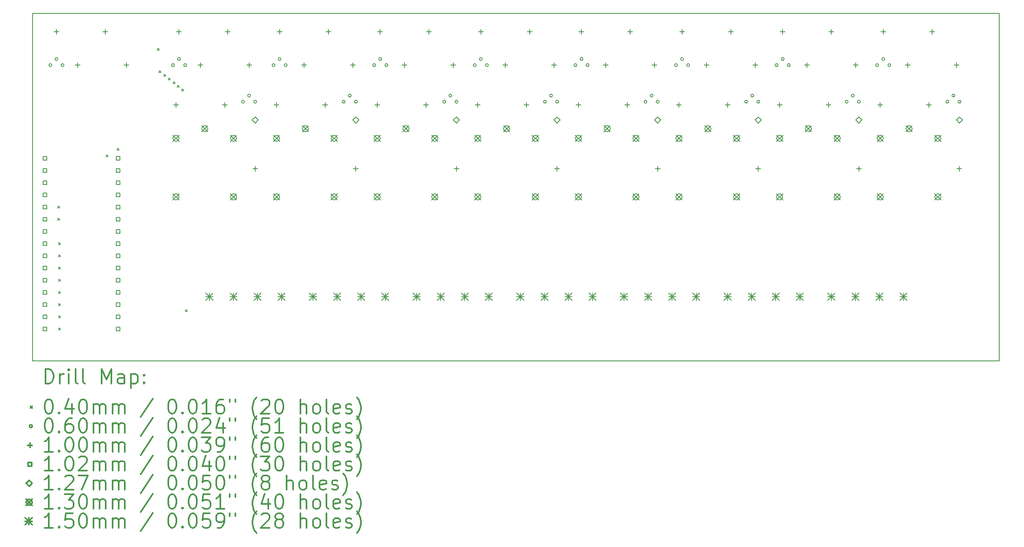
<source format=gbr>
%FSLAX45Y45*%
G04 Gerber Fmt 4.5, Leading zero omitted, Abs format (unit mm)*
G04 Created by KiCad (PCBNEW 4.0.2-stable) date 9/3/2016 7:39:00 PM*
%MOMM*%
G01*
G04 APERTURE LIST*
%ADD10C,0.127000*%
%ADD11C,0.150000*%
%ADD12C,0.200000*%
%ADD13C,0.300000*%
G04 APERTURE END LIST*
D10*
D11*
X4635500Y-6286500D02*
X24765000Y-6286500D01*
X4635500Y-6286500D02*
X4635500Y-13525500D01*
X24765000Y-13525500D02*
X24765000Y-6286500D01*
X4635500Y-13525500D02*
X24765000Y-13525500D01*
D12*
X5161600Y-10305100D02*
X5201600Y-10345100D01*
X5201600Y-10305100D02*
X5161600Y-10345100D01*
X5161600Y-10559100D02*
X5201600Y-10599100D01*
X5201600Y-10559100D02*
X5161600Y-10599100D01*
X5174300Y-11067100D02*
X5214300Y-11107100D01*
X5214300Y-11067100D02*
X5174300Y-11107100D01*
X5174300Y-11321100D02*
X5214300Y-11361100D01*
X5214300Y-11321100D02*
X5174300Y-11361100D01*
X5174300Y-11575100D02*
X5214300Y-11615100D01*
X5214300Y-11575100D02*
X5174300Y-11615100D01*
X5174300Y-11829100D02*
X5214300Y-11869100D01*
X5214300Y-11829100D02*
X5174300Y-11869100D01*
X5174300Y-12083100D02*
X5214300Y-12123100D01*
X5214300Y-12083100D02*
X5174300Y-12123100D01*
X5174300Y-12337100D02*
X5214300Y-12377100D01*
X5214300Y-12337100D02*
X5174300Y-12377100D01*
X5174300Y-12591100D02*
X5214300Y-12631100D01*
X5214300Y-12591100D02*
X5174300Y-12631100D01*
X5174300Y-12845100D02*
X5214300Y-12885100D01*
X5214300Y-12845100D02*
X5174300Y-12885100D01*
X6164900Y-9238300D02*
X6204900Y-9278300D01*
X6204900Y-9238300D02*
X6164900Y-9278300D01*
X6393500Y-9098600D02*
X6433500Y-9138600D01*
X6433500Y-9098600D02*
X6393500Y-9138600D01*
X7231700Y-7015800D02*
X7271700Y-7055800D01*
X7271700Y-7015800D02*
X7231700Y-7055800D01*
X7269800Y-7485700D02*
X7309800Y-7525700D01*
X7309800Y-7485700D02*
X7269800Y-7525700D01*
X7371400Y-7561900D02*
X7411400Y-7601900D01*
X7411400Y-7561900D02*
X7371400Y-7601900D01*
X7460300Y-7638100D02*
X7500300Y-7678100D01*
X7500300Y-7638100D02*
X7460300Y-7678100D01*
X7561900Y-7714300D02*
X7601900Y-7754300D01*
X7601900Y-7714300D02*
X7561900Y-7754300D01*
X7650800Y-7790500D02*
X7690800Y-7830500D01*
X7690800Y-7790500D02*
X7650800Y-7830500D01*
X7739700Y-7866700D02*
X7779700Y-7906700D01*
X7779700Y-7866700D02*
X7739700Y-7906700D01*
X7815900Y-12464100D02*
X7855900Y-12504100D01*
X7855900Y-12464100D02*
X7815900Y-12504100D01*
X5033800Y-7366000D02*
G75*
G03X5033800Y-7366000I-30000J0D01*
G01*
X5160800Y-7239000D02*
G75*
G03X5160800Y-7239000I-30000J0D01*
G01*
X5287800Y-7366000D02*
G75*
G03X5287800Y-7366000I-30000J0D01*
G01*
X7586500Y-7366000D02*
G75*
G03X7586500Y-7366000I-30000J0D01*
G01*
X7713500Y-7239000D02*
G75*
G03X7713500Y-7239000I-30000J0D01*
G01*
X7840500Y-7366000D02*
G75*
G03X7840500Y-7366000I-30000J0D01*
G01*
X9047000Y-8128000D02*
G75*
G03X9047000Y-8128000I-30000J0D01*
G01*
X9174000Y-8001000D02*
G75*
G03X9174000Y-8001000I-30000J0D01*
G01*
X9301000Y-8128000D02*
G75*
G03X9301000Y-8128000I-30000J0D01*
G01*
X9682000Y-7366000D02*
G75*
G03X9682000Y-7366000I-30000J0D01*
G01*
X9809000Y-7239000D02*
G75*
G03X9809000Y-7239000I-30000J0D01*
G01*
X9936000Y-7366000D02*
G75*
G03X9936000Y-7366000I-30000J0D01*
G01*
X11142500Y-8128000D02*
G75*
G03X11142500Y-8128000I-30000J0D01*
G01*
X11269500Y-8001000D02*
G75*
G03X11269500Y-8001000I-30000J0D01*
G01*
X11396500Y-8128000D02*
G75*
G03X11396500Y-8128000I-30000J0D01*
G01*
X11777500Y-7366000D02*
G75*
G03X11777500Y-7366000I-30000J0D01*
G01*
X11904500Y-7239000D02*
G75*
G03X11904500Y-7239000I-30000J0D01*
G01*
X12031500Y-7366000D02*
G75*
G03X12031500Y-7366000I-30000J0D01*
G01*
X13238000Y-8128000D02*
G75*
G03X13238000Y-8128000I-30000J0D01*
G01*
X13365000Y-8001000D02*
G75*
G03X13365000Y-8001000I-30000J0D01*
G01*
X13492000Y-8128000D02*
G75*
G03X13492000Y-8128000I-30000J0D01*
G01*
X13873000Y-7366000D02*
G75*
G03X13873000Y-7366000I-30000J0D01*
G01*
X14000000Y-7239000D02*
G75*
G03X14000000Y-7239000I-30000J0D01*
G01*
X14127000Y-7366000D02*
G75*
G03X14127000Y-7366000I-30000J0D01*
G01*
X15333500Y-8128000D02*
G75*
G03X15333500Y-8128000I-30000J0D01*
G01*
X15460500Y-8001000D02*
G75*
G03X15460500Y-8001000I-30000J0D01*
G01*
X15587500Y-8128000D02*
G75*
G03X15587500Y-8128000I-30000J0D01*
G01*
X15968500Y-7366000D02*
G75*
G03X15968500Y-7366000I-30000J0D01*
G01*
X16095500Y-7239000D02*
G75*
G03X16095500Y-7239000I-30000J0D01*
G01*
X16222500Y-7366000D02*
G75*
G03X16222500Y-7366000I-30000J0D01*
G01*
X17429000Y-8128000D02*
G75*
G03X17429000Y-8128000I-30000J0D01*
G01*
X17556000Y-8001000D02*
G75*
G03X17556000Y-8001000I-30000J0D01*
G01*
X17683000Y-8128000D02*
G75*
G03X17683000Y-8128000I-30000J0D01*
G01*
X18064000Y-7366000D02*
G75*
G03X18064000Y-7366000I-30000J0D01*
G01*
X18191000Y-7239000D02*
G75*
G03X18191000Y-7239000I-30000J0D01*
G01*
X18318000Y-7366000D02*
G75*
G03X18318000Y-7366000I-30000J0D01*
G01*
X19524500Y-8128000D02*
G75*
G03X19524500Y-8128000I-30000J0D01*
G01*
X19651500Y-8001000D02*
G75*
G03X19651500Y-8001000I-30000J0D01*
G01*
X19778500Y-8128000D02*
G75*
G03X19778500Y-8128000I-30000J0D01*
G01*
X20159500Y-7366000D02*
G75*
G03X20159500Y-7366000I-30000J0D01*
G01*
X20286500Y-7239000D02*
G75*
G03X20286500Y-7239000I-30000J0D01*
G01*
X20413500Y-7366000D02*
G75*
G03X20413500Y-7366000I-30000J0D01*
G01*
X21620000Y-8128000D02*
G75*
G03X21620000Y-8128000I-30000J0D01*
G01*
X21747000Y-8001000D02*
G75*
G03X21747000Y-8001000I-30000J0D01*
G01*
X21874000Y-8128000D02*
G75*
G03X21874000Y-8128000I-30000J0D01*
G01*
X22255000Y-7366000D02*
G75*
G03X22255000Y-7366000I-30000J0D01*
G01*
X22382000Y-7239000D02*
G75*
G03X22382000Y-7239000I-30000J0D01*
G01*
X22509000Y-7366000D02*
G75*
G03X22509000Y-7366000I-30000J0D01*
G01*
X23715500Y-8128000D02*
G75*
G03X23715500Y-8128000I-30000J0D01*
G01*
X23842500Y-8001000D02*
G75*
G03X23842500Y-8001000I-30000J0D01*
G01*
X23969500Y-8128000D02*
G75*
G03X23969500Y-8128000I-30000J0D01*
G01*
X5130800Y-6617462D02*
X5130800Y-6717538D01*
X5080762Y-6667500D02*
X5180838Y-6667500D01*
X5575300Y-7315962D02*
X5575300Y-7416038D01*
X5525262Y-7366000D02*
X5625338Y-7366000D01*
X6146800Y-6617462D02*
X6146800Y-6717538D01*
X6096762Y-6667500D02*
X6196838Y-6667500D01*
X6591300Y-7315962D02*
X6591300Y-7416038D01*
X6541262Y-7366000D02*
X6641338Y-7366000D01*
X7620000Y-8141462D02*
X7620000Y-8241538D01*
X7569962Y-8191500D02*
X7670038Y-8191500D01*
X7683500Y-6617462D02*
X7683500Y-6717538D01*
X7633462Y-6667500D02*
X7733538Y-6667500D01*
X8128000Y-7315962D02*
X8128000Y-7416038D01*
X8077962Y-7366000D02*
X8178038Y-7366000D01*
X8636000Y-8141462D02*
X8636000Y-8241538D01*
X8585962Y-8191500D02*
X8686038Y-8191500D01*
X8699500Y-6617462D02*
X8699500Y-6717538D01*
X8649462Y-6667500D02*
X8749538Y-6667500D01*
X9144000Y-7315962D02*
X9144000Y-7416038D01*
X9093962Y-7366000D02*
X9194038Y-7366000D01*
X9270746Y-9474962D02*
X9270746Y-9575038D01*
X9220708Y-9525000D02*
X9320784Y-9525000D01*
X9715500Y-8141462D02*
X9715500Y-8241538D01*
X9665462Y-8191500D02*
X9765538Y-8191500D01*
X9779000Y-6617462D02*
X9779000Y-6717538D01*
X9728962Y-6667500D02*
X9829038Y-6667500D01*
X10287000Y-7315962D02*
X10287000Y-7416038D01*
X10236962Y-7366000D02*
X10337038Y-7366000D01*
X10731500Y-8141462D02*
X10731500Y-8241538D01*
X10681462Y-8191500D02*
X10781538Y-8191500D01*
X10795000Y-6617462D02*
X10795000Y-6717538D01*
X10744962Y-6667500D02*
X10845038Y-6667500D01*
X11303000Y-7315962D02*
X11303000Y-7416038D01*
X11252962Y-7366000D02*
X11353038Y-7366000D01*
X11366246Y-9474962D02*
X11366246Y-9575038D01*
X11316208Y-9525000D02*
X11416284Y-9525000D01*
X11811000Y-8141462D02*
X11811000Y-8241538D01*
X11760962Y-8191500D02*
X11861038Y-8191500D01*
X11874500Y-6617462D02*
X11874500Y-6717538D01*
X11824462Y-6667500D02*
X11924538Y-6667500D01*
X12382500Y-7315962D02*
X12382500Y-7416038D01*
X12332462Y-7366000D02*
X12432538Y-7366000D01*
X12827000Y-8141462D02*
X12827000Y-8241538D01*
X12776962Y-8191500D02*
X12877038Y-8191500D01*
X12890500Y-6617462D02*
X12890500Y-6717538D01*
X12840462Y-6667500D02*
X12940538Y-6667500D01*
X13398500Y-7315962D02*
X13398500Y-7416038D01*
X13348462Y-7366000D02*
X13448538Y-7366000D01*
X13461746Y-9474962D02*
X13461746Y-9575038D01*
X13411708Y-9525000D02*
X13511784Y-9525000D01*
X13906500Y-8141462D02*
X13906500Y-8241538D01*
X13856462Y-8191500D02*
X13956538Y-8191500D01*
X13970000Y-6617462D02*
X13970000Y-6717538D01*
X13919962Y-6667500D02*
X14020038Y-6667500D01*
X14478000Y-7315962D02*
X14478000Y-7416038D01*
X14427962Y-7366000D02*
X14528038Y-7366000D01*
X14922500Y-8141462D02*
X14922500Y-8241538D01*
X14872462Y-8191500D02*
X14972538Y-8191500D01*
X14986000Y-6617462D02*
X14986000Y-6717538D01*
X14935962Y-6667500D02*
X15036038Y-6667500D01*
X15494000Y-7315962D02*
X15494000Y-7416038D01*
X15443962Y-7366000D02*
X15544038Y-7366000D01*
X15557246Y-9474962D02*
X15557246Y-9575038D01*
X15507208Y-9525000D02*
X15607284Y-9525000D01*
X16002000Y-8141462D02*
X16002000Y-8241538D01*
X15951962Y-8191500D02*
X16052038Y-8191500D01*
X16065500Y-6617462D02*
X16065500Y-6717538D01*
X16015462Y-6667500D02*
X16115538Y-6667500D01*
X16573500Y-7315962D02*
X16573500Y-7416038D01*
X16523462Y-7366000D02*
X16623538Y-7366000D01*
X17018000Y-8141462D02*
X17018000Y-8241538D01*
X16967962Y-8191500D02*
X17068038Y-8191500D01*
X17081500Y-6617462D02*
X17081500Y-6717538D01*
X17031462Y-6667500D02*
X17131538Y-6667500D01*
X17589500Y-7315962D02*
X17589500Y-7416038D01*
X17539462Y-7366000D02*
X17639538Y-7366000D01*
X17652746Y-9474962D02*
X17652746Y-9575038D01*
X17602708Y-9525000D02*
X17702784Y-9525000D01*
X18097500Y-8141462D02*
X18097500Y-8241538D01*
X18047462Y-8191500D02*
X18147538Y-8191500D01*
X18161000Y-6617462D02*
X18161000Y-6717538D01*
X18110962Y-6667500D02*
X18211038Y-6667500D01*
X18669000Y-7315962D02*
X18669000Y-7416038D01*
X18618962Y-7366000D02*
X18719038Y-7366000D01*
X19113500Y-8141462D02*
X19113500Y-8241538D01*
X19063462Y-8191500D02*
X19163538Y-8191500D01*
X19177000Y-6617462D02*
X19177000Y-6717538D01*
X19126962Y-6667500D02*
X19227038Y-6667500D01*
X19685000Y-7315962D02*
X19685000Y-7416038D01*
X19634962Y-7366000D02*
X19735038Y-7366000D01*
X19748246Y-9474962D02*
X19748246Y-9575038D01*
X19698208Y-9525000D02*
X19798284Y-9525000D01*
X20193000Y-8141462D02*
X20193000Y-8241538D01*
X20142962Y-8191500D02*
X20243038Y-8191500D01*
X20256500Y-6617462D02*
X20256500Y-6717538D01*
X20206462Y-6667500D02*
X20306538Y-6667500D01*
X20764500Y-7315962D02*
X20764500Y-7416038D01*
X20714462Y-7366000D02*
X20814538Y-7366000D01*
X21209000Y-8141462D02*
X21209000Y-8241538D01*
X21158962Y-8191500D02*
X21259038Y-8191500D01*
X21272500Y-6617462D02*
X21272500Y-6717538D01*
X21222462Y-6667500D02*
X21322538Y-6667500D01*
X21780500Y-7315962D02*
X21780500Y-7416038D01*
X21730462Y-7366000D02*
X21830538Y-7366000D01*
X21843746Y-9474962D02*
X21843746Y-9575038D01*
X21793708Y-9525000D02*
X21893784Y-9525000D01*
X22288500Y-8141462D02*
X22288500Y-8241538D01*
X22238462Y-8191500D02*
X22338538Y-8191500D01*
X22352000Y-6617462D02*
X22352000Y-6717538D01*
X22301962Y-6667500D02*
X22402038Y-6667500D01*
X22860000Y-7315962D02*
X22860000Y-7416038D01*
X22809962Y-7366000D02*
X22910038Y-7366000D01*
X23304500Y-8141462D02*
X23304500Y-8241538D01*
X23254462Y-8191500D02*
X23354538Y-8191500D01*
X23368000Y-6617462D02*
X23368000Y-6717538D01*
X23317962Y-6667500D02*
X23418038Y-6667500D01*
X23876000Y-7315962D02*
X23876000Y-7416038D01*
X23825962Y-7366000D02*
X23926038Y-7366000D01*
X23939246Y-9474962D02*
X23939246Y-9575038D01*
X23889208Y-9525000D02*
X23989284Y-9525000D01*
X4925421Y-9345021D02*
X4925421Y-9273179D01*
X4853579Y-9273179D01*
X4853579Y-9345021D01*
X4925421Y-9345021D01*
X4925421Y-9599021D02*
X4925421Y-9527179D01*
X4853579Y-9527179D01*
X4853579Y-9599021D01*
X4925421Y-9599021D01*
X4925421Y-9853021D02*
X4925421Y-9781179D01*
X4853579Y-9781179D01*
X4853579Y-9853021D01*
X4925421Y-9853021D01*
X4925421Y-10107021D02*
X4925421Y-10035179D01*
X4853579Y-10035179D01*
X4853579Y-10107021D01*
X4925421Y-10107021D01*
X4925421Y-10361021D02*
X4925421Y-10289179D01*
X4853579Y-10289179D01*
X4853579Y-10361021D01*
X4925421Y-10361021D01*
X4925421Y-10615021D02*
X4925421Y-10543179D01*
X4853579Y-10543179D01*
X4853579Y-10615021D01*
X4925421Y-10615021D01*
X4925421Y-10869021D02*
X4925421Y-10797179D01*
X4853579Y-10797179D01*
X4853579Y-10869021D01*
X4925421Y-10869021D01*
X4925421Y-11123021D02*
X4925421Y-11051179D01*
X4853579Y-11051179D01*
X4853579Y-11123021D01*
X4925421Y-11123021D01*
X4925421Y-11377021D02*
X4925421Y-11305179D01*
X4853579Y-11305179D01*
X4853579Y-11377021D01*
X4925421Y-11377021D01*
X4925421Y-11631021D02*
X4925421Y-11559179D01*
X4853579Y-11559179D01*
X4853579Y-11631021D01*
X4925421Y-11631021D01*
X4925421Y-11885021D02*
X4925421Y-11813179D01*
X4853579Y-11813179D01*
X4853579Y-11885021D01*
X4925421Y-11885021D01*
X4925421Y-12139021D02*
X4925421Y-12067179D01*
X4853579Y-12067179D01*
X4853579Y-12139021D01*
X4925421Y-12139021D01*
X4925421Y-12393021D02*
X4925421Y-12321179D01*
X4853579Y-12321179D01*
X4853579Y-12393021D01*
X4925421Y-12393021D01*
X4925421Y-12647021D02*
X4925421Y-12575179D01*
X4853579Y-12575179D01*
X4853579Y-12647021D01*
X4925421Y-12647021D01*
X4925421Y-12901021D02*
X4925421Y-12829179D01*
X4853579Y-12829179D01*
X4853579Y-12901021D01*
X4925421Y-12901021D01*
X6449421Y-9345021D02*
X6449421Y-9273179D01*
X6377579Y-9273179D01*
X6377579Y-9345021D01*
X6449421Y-9345021D01*
X6449421Y-9599021D02*
X6449421Y-9527179D01*
X6377579Y-9527179D01*
X6377579Y-9599021D01*
X6449421Y-9599021D01*
X6449421Y-9853021D02*
X6449421Y-9781179D01*
X6377579Y-9781179D01*
X6377579Y-9853021D01*
X6449421Y-9853021D01*
X6449421Y-10107021D02*
X6449421Y-10035179D01*
X6377579Y-10035179D01*
X6377579Y-10107021D01*
X6449421Y-10107021D01*
X6449421Y-10361021D02*
X6449421Y-10289179D01*
X6377579Y-10289179D01*
X6377579Y-10361021D01*
X6449421Y-10361021D01*
X6449421Y-10615021D02*
X6449421Y-10543179D01*
X6377579Y-10543179D01*
X6377579Y-10615021D01*
X6449421Y-10615021D01*
X6449421Y-10869021D02*
X6449421Y-10797179D01*
X6377579Y-10797179D01*
X6377579Y-10869021D01*
X6449421Y-10869021D01*
X6449421Y-11123021D02*
X6449421Y-11051179D01*
X6377579Y-11051179D01*
X6377579Y-11123021D01*
X6449421Y-11123021D01*
X6449421Y-11377021D02*
X6449421Y-11305179D01*
X6377579Y-11305179D01*
X6377579Y-11377021D01*
X6449421Y-11377021D01*
X6449421Y-11631021D02*
X6449421Y-11559179D01*
X6377579Y-11559179D01*
X6377579Y-11631021D01*
X6449421Y-11631021D01*
X6449421Y-11885021D02*
X6449421Y-11813179D01*
X6377579Y-11813179D01*
X6377579Y-11885021D01*
X6449421Y-11885021D01*
X6449421Y-12139021D02*
X6449421Y-12067179D01*
X6377579Y-12067179D01*
X6377579Y-12139021D01*
X6449421Y-12139021D01*
X6449421Y-12393021D02*
X6449421Y-12321179D01*
X6377579Y-12321179D01*
X6377579Y-12393021D01*
X6449421Y-12393021D01*
X6449421Y-12647021D02*
X6449421Y-12575179D01*
X6377579Y-12575179D01*
X6377579Y-12647021D01*
X6449421Y-12647021D01*
X6449421Y-12901021D02*
X6449421Y-12829179D01*
X6377579Y-12829179D01*
X6377579Y-12901021D01*
X6449421Y-12901021D01*
X9270746Y-8572500D02*
X9334246Y-8509000D01*
X9270746Y-8445500D01*
X9207246Y-8509000D01*
X9270746Y-8572500D01*
X11366246Y-8572500D02*
X11429746Y-8509000D01*
X11366246Y-8445500D01*
X11302746Y-8509000D01*
X11366246Y-8572500D01*
X13461746Y-8572500D02*
X13525246Y-8509000D01*
X13461746Y-8445500D01*
X13398246Y-8509000D01*
X13461746Y-8572500D01*
X15557246Y-8572500D02*
X15620746Y-8509000D01*
X15557246Y-8445500D01*
X15493746Y-8509000D01*
X15557246Y-8572500D01*
X17652746Y-8572500D02*
X17716246Y-8509000D01*
X17652746Y-8445500D01*
X17589246Y-8509000D01*
X17652746Y-8572500D01*
X19748246Y-8572500D02*
X19811746Y-8509000D01*
X19748246Y-8445500D01*
X19684746Y-8509000D01*
X19748246Y-8572500D01*
X21843746Y-8572500D02*
X21907246Y-8509000D01*
X21843746Y-8445500D01*
X21780246Y-8509000D01*
X21843746Y-8572500D01*
X23939246Y-8572500D02*
X24002746Y-8509000D01*
X23939246Y-8445500D01*
X23875746Y-8509000D01*
X23939246Y-8572500D01*
X7555000Y-8825000D02*
X7685000Y-8955000D01*
X7685000Y-8825000D02*
X7555000Y-8955000D01*
X7685000Y-8890000D02*
G75*
G03X7685000Y-8890000I-65000J0D01*
G01*
X7555000Y-10045000D02*
X7685000Y-10175000D01*
X7685000Y-10045000D02*
X7555000Y-10175000D01*
X7685000Y-10110000D02*
G75*
G03X7685000Y-10110000I-65000J0D01*
G01*
X8155000Y-8625000D02*
X8285000Y-8755000D01*
X8285000Y-8625000D02*
X8155000Y-8755000D01*
X8285000Y-8690000D02*
G75*
G03X8285000Y-8690000I-65000J0D01*
G01*
X8755000Y-8825000D02*
X8885000Y-8955000D01*
X8885000Y-8825000D02*
X8755000Y-8955000D01*
X8885000Y-8890000D02*
G75*
G03X8885000Y-8890000I-65000J0D01*
G01*
X8755000Y-10045000D02*
X8885000Y-10175000D01*
X8885000Y-10045000D02*
X8755000Y-10175000D01*
X8885000Y-10110000D02*
G75*
G03X8885000Y-10110000I-65000J0D01*
G01*
X9650500Y-8825000D02*
X9780500Y-8955000D01*
X9780500Y-8825000D02*
X9650500Y-8955000D01*
X9780500Y-8890000D02*
G75*
G03X9780500Y-8890000I-65000J0D01*
G01*
X9650500Y-10045000D02*
X9780500Y-10175000D01*
X9780500Y-10045000D02*
X9650500Y-10175000D01*
X9780500Y-10110000D02*
G75*
G03X9780500Y-10110000I-65000J0D01*
G01*
X10250500Y-8625000D02*
X10380500Y-8755000D01*
X10380500Y-8625000D02*
X10250500Y-8755000D01*
X10380500Y-8690000D02*
G75*
G03X10380500Y-8690000I-65000J0D01*
G01*
X10850500Y-8825000D02*
X10980500Y-8955000D01*
X10980500Y-8825000D02*
X10850500Y-8955000D01*
X10980500Y-8890000D02*
G75*
G03X10980500Y-8890000I-65000J0D01*
G01*
X10850500Y-10045000D02*
X10980500Y-10175000D01*
X10980500Y-10045000D02*
X10850500Y-10175000D01*
X10980500Y-10110000D02*
G75*
G03X10980500Y-10110000I-65000J0D01*
G01*
X11746000Y-8825000D02*
X11876000Y-8955000D01*
X11876000Y-8825000D02*
X11746000Y-8955000D01*
X11876000Y-8890000D02*
G75*
G03X11876000Y-8890000I-65000J0D01*
G01*
X11746000Y-10045000D02*
X11876000Y-10175000D01*
X11876000Y-10045000D02*
X11746000Y-10175000D01*
X11876000Y-10110000D02*
G75*
G03X11876000Y-10110000I-65000J0D01*
G01*
X12346000Y-8625000D02*
X12476000Y-8755000D01*
X12476000Y-8625000D02*
X12346000Y-8755000D01*
X12476000Y-8690000D02*
G75*
G03X12476000Y-8690000I-65000J0D01*
G01*
X12946000Y-8825000D02*
X13076000Y-8955000D01*
X13076000Y-8825000D02*
X12946000Y-8955000D01*
X13076000Y-8890000D02*
G75*
G03X13076000Y-8890000I-65000J0D01*
G01*
X12946000Y-10045000D02*
X13076000Y-10175000D01*
X13076000Y-10045000D02*
X12946000Y-10175000D01*
X13076000Y-10110000D02*
G75*
G03X13076000Y-10110000I-65000J0D01*
G01*
X13841500Y-8825000D02*
X13971500Y-8955000D01*
X13971500Y-8825000D02*
X13841500Y-8955000D01*
X13971500Y-8890000D02*
G75*
G03X13971500Y-8890000I-65000J0D01*
G01*
X13841500Y-10045000D02*
X13971500Y-10175000D01*
X13971500Y-10045000D02*
X13841500Y-10175000D01*
X13971500Y-10110000D02*
G75*
G03X13971500Y-10110000I-65000J0D01*
G01*
X14441500Y-8625000D02*
X14571500Y-8755000D01*
X14571500Y-8625000D02*
X14441500Y-8755000D01*
X14571500Y-8690000D02*
G75*
G03X14571500Y-8690000I-65000J0D01*
G01*
X15041500Y-8825000D02*
X15171500Y-8955000D01*
X15171500Y-8825000D02*
X15041500Y-8955000D01*
X15171500Y-8890000D02*
G75*
G03X15171500Y-8890000I-65000J0D01*
G01*
X15041500Y-10045000D02*
X15171500Y-10175000D01*
X15171500Y-10045000D02*
X15041500Y-10175000D01*
X15171500Y-10110000D02*
G75*
G03X15171500Y-10110000I-65000J0D01*
G01*
X15937000Y-8825000D02*
X16067000Y-8955000D01*
X16067000Y-8825000D02*
X15937000Y-8955000D01*
X16067000Y-8890000D02*
G75*
G03X16067000Y-8890000I-65000J0D01*
G01*
X15937000Y-10045000D02*
X16067000Y-10175000D01*
X16067000Y-10045000D02*
X15937000Y-10175000D01*
X16067000Y-10110000D02*
G75*
G03X16067000Y-10110000I-65000J0D01*
G01*
X16537000Y-8625000D02*
X16667000Y-8755000D01*
X16667000Y-8625000D02*
X16537000Y-8755000D01*
X16667000Y-8690000D02*
G75*
G03X16667000Y-8690000I-65000J0D01*
G01*
X17137000Y-8825000D02*
X17267000Y-8955000D01*
X17267000Y-8825000D02*
X17137000Y-8955000D01*
X17267000Y-8890000D02*
G75*
G03X17267000Y-8890000I-65000J0D01*
G01*
X17137000Y-10045000D02*
X17267000Y-10175000D01*
X17267000Y-10045000D02*
X17137000Y-10175000D01*
X17267000Y-10110000D02*
G75*
G03X17267000Y-10110000I-65000J0D01*
G01*
X18032500Y-8825000D02*
X18162500Y-8955000D01*
X18162500Y-8825000D02*
X18032500Y-8955000D01*
X18162500Y-8890000D02*
G75*
G03X18162500Y-8890000I-65000J0D01*
G01*
X18032500Y-10045000D02*
X18162500Y-10175000D01*
X18162500Y-10045000D02*
X18032500Y-10175000D01*
X18162500Y-10110000D02*
G75*
G03X18162500Y-10110000I-65000J0D01*
G01*
X18632500Y-8625000D02*
X18762500Y-8755000D01*
X18762500Y-8625000D02*
X18632500Y-8755000D01*
X18762500Y-8690000D02*
G75*
G03X18762500Y-8690000I-65000J0D01*
G01*
X19232500Y-8825000D02*
X19362500Y-8955000D01*
X19362500Y-8825000D02*
X19232500Y-8955000D01*
X19362500Y-8890000D02*
G75*
G03X19362500Y-8890000I-65000J0D01*
G01*
X19232500Y-10045000D02*
X19362500Y-10175000D01*
X19362500Y-10045000D02*
X19232500Y-10175000D01*
X19362500Y-10110000D02*
G75*
G03X19362500Y-10110000I-65000J0D01*
G01*
X20128000Y-8825000D02*
X20258000Y-8955000D01*
X20258000Y-8825000D02*
X20128000Y-8955000D01*
X20258000Y-8890000D02*
G75*
G03X20258000Y-8890000I-65000J0D01*
G01*
X20128000Y-10045000D02*
X20258000Y-10175000D01*
X20258000Y-10045000D02*
X20128000Y-10175000D01*
X20258000Y-10110000D02*
G75*
G03X20258000Y-10110000I-65000J0D01*
G01*
X20728000Y-8625000D02*
X20858000Y-8755000D01*
X20858000Y-8625000D02*
X20728000Y-8755000D01*
X20858000Y-8690000D02*
G75*
G03X20858000Y-8690000I-65000J0D01*
G01*
X21328000Y-8825000D02*
X21458000Y-8955000D01*
X21458000Y-8825000D02*
X21328000Y-8955000D01*
X21458000Y-8890000D02*
G75*
G03X21458000Y-8890000I-65000J0D01*
G01*
X21328000Y-10045000D02*
X21458000Y-10175000D01*
X21458000Y-10045000D02*
X21328000Y-10175000D01*
X21458000Y-10110000D02*
G75*
G03X21458000Y-10110000I-65000J0D01*
G01*
X22223500Y-8825000D02*
X22353500Y-8955000D01*
X22353500Y-8825000D02*
X22223500Y-8955000D01*
X22353500Y-8890000D02*
G75*
G03X22353500Y-8890000I-65000J0D01*
G01*
X22223500Y-10045000D02*
X22353500Y-10175000D01*
X22353500Y-10045000D02*
X22223500Y-10175000D01*
X22353500Y-10110000D02*
G75*
G03X22353500Y-10110000I-65000J0D01*
G01*
X22823500Y-8625000D02*
X22953500Y-8755000D01*
X22953500Y-8625000D02*
X22823500Y-8755000D01*
X22953500Y-8690000D02*
G75*
G03X22953500Y-8690000I-65000J0D01*
G01*
X23423500Y-8825000D02*
X23553500Y-8955000D01*
X23553500Y-8825000D02*
X23423500Y-8955000D01*
X23553500Y-8890000D02*
G75*
G03X23553500Y-8890000I-65000J0D01*
G01*
X23423500Y-10045000D02*
X23553500Y-10175000D01*
X23553500Y-10045000D02*
X23423500Y-10175000D01*
X23553500Y-10110000D02*
G75*
G03X23553500Y-10110000I-65000J0D01*
G01*
X8243500Y-12117000D02*
X8393500Y-12267000D01*
X8393500Y-12117000D02*
X8243500Y-12267000D01*
X8318500Y-12117000D02*
X8318500Y-12267000D01*
X8243500Y-12192000D02*
X8393500Y-12192000D01*
X8743500Y-12117000D02*
X8893500Y-12267000D01*
X8893500Y-12117000D02*
X8743500Y-12267000D01*
X8818500Y-12117000D02*
X8818500Y-12267000D01*
X8743500Y-12192000D02*
X8893500Y-12192000D01*
X9243500Y-12117000D02*
X9393500Y-12267000D01*
X9393500Y-12117000D02*
X9243500Y-12267000D01*
X9318500Y-12117000D02*
X9318500Y-12267000D01*
X9243500Y-12192000D02*
X9393500Y-12192000D01*
X9743500Y-12117000D02*
X9893500Y-12267000D01*
X9893500Y-12117000D02*
X9743500Y-12267000D01*
X9818500Y-12117000D02*
X9818500Y-12267000D01*
X9743500Y-12192000D02*
X9893500Y-12192000D01*
X10402500Y-12117000D02*
X10552500Y-12267000D01*
X10552500Y-12117000D02*
X10402500Y-12267000D01*
X10477500Y-12117000D02*
X10477500Y-12267000D01*
X10402500Y-12192000D02*
X10552500Y-12192000D01*
X10902500Y-12117000D02*
X11052500Y-12267000D01*
X11052500Y-12117000D02*
X10902500Y-12267000D01*
X10977500Y-12117000D02*
X10977500Y-12267000D01*
X10902500Y-12192000D02*
X11052500Y-12192000D01*
X11402500Y-12117000D02*
X11552500Y-12267000D01*
X11552500Y-12117000D02*
X11402500Y-12267000D01*
X11477500Y-12117000D02*
X11477500Y-12267000D01*
X11402500Y-12192000D02*
X11552500Y-12192000D01*
X11902500Y-12117000D02*
X12052500Y-12267000D01*
X12052500Y-12117000D02*
X11902500Y-12267000D01*
X11977500Y-12117000D02*
X11977500Y-12267000D01*
X11902500Y-12192000D02*
X12052500Y-12192000D01*
X12561500Y-12117000D02*
X12711500Y-12267000D01*
X12711500Y-12117000D02*
X12561500Y-12267000D01*
X12636500Y-12117000D02*
X12636500Y-12267000D01*
X12561500Y-12192000D02*
X12711500Y-12192000D01*
X13061500Y-12117000D02*
X13211500Y-12267000D01*
X13211500Y-12117000D02*
X13061500Y-12267000D01*
X13136500Y-12117000D02*
X13136500Y-12267000D01*
X13061500Y-12192000D02*
X13211500Y-12192000D01*
X13561500Y-12117000D02*
X13711500Y-12267000D01*
X13711500Y-12117000D02*
X13561500Y-12267000D01*
X13636500Y-12117000D02*
X13636500Y-12267000D01*
X13561500Y-12192000D02*
X13711500Y-12192000D01*
X14061500Y-12117000D02*
X14211500Y-12267000D01*
X14211500Y-12117000D02*
X14061500Y-12267000D01*
X14136500Y-12117000D02*
X14136500Y-12267000D01*
X14061500Y-12192000D02*
X14211500Y-12192000D01*
X14720500Y-12117000D02*
X14870500Y-12267000D01*
X14870500Y-12117000D02*
X14720500Y-12267000D01*
X14795500Y-12117000D02*
X14795500Y-12267000D01*
X14720500Y-12192000D02*
X14870500Y-12192000D01*
X15220500Y-12117000D02*
X15370500Y-12267000D01*
X15370500Y-12117000D02*
X15220500Y-12267000D01*
X15295500Y-12117000D02*
X15295500Y-12267000D01*
X15220500Y-12192000D02*
X15370500Y-12192000D01*
X15720500Y-12117000D02*
X15870500Y-12267000D01*
X15870500Y-12117000D02*
X15720500Y-12267000D01*
X15795500Y-12117000D02*
X15795500Y-12267000D01*
X15720500Y-12192000D02*
X15870500Y-12192000D01*
X16220500Y-12117000D02*
X16370500Y-12267000D01*
X16370500Y-12117000D02*
X16220500Y-12267000D01*
X16295500Y-12117000D02*
X16295500Y-12267000D01*
X16220500Y-12192000D02*
X16370500Y-12192000D01*
X16879500Y-12117000D02*
X17029500Y-12267000D01*
X17029500Y-12117000D02*
X16879500Y-12267000D01*
X16954500Y-12117000D02*
X16954500Y-12267000D01*
X16879500Y-12192000D02*
X17029500Y-12192000D01*
X17379500Y-12117000D02*
X17529500Y-12267000D01*
X17529500Y-12117000D02*
X17379500Y-12267000D01*
X17454500Y-12117000D02*
X17454500Y-12267000D01*
X17379500Y-12192000D02*
X17529500Y-12192000D01*
X17879500Y-12117000D02*
X18029500Y-12267000D01*
X18029500Y-12117000D02*
X17879500Y-12267000D01*
X17954500Y-12117000D02*
X17954500Y-12267000D01*
X17879500Y-12192000D02*
X18029500Y-12192000D01*
X18379500Y-12117000D02*
X18529500Y-12267000D01*
X18529500Y-12117000D02*
X18379500Y-12267000D01*
X18454500Y-12117000D02*
X18454500Y-12267000D01*
X18379500Y-12192000D02*
X18529500Y-12192000D01*
X19038500Y-12117000D02*
X19188500Y-12267000D01*
X19188500Y-12117000D02*
X19038500Y-12267000D01*
X19113500Y-12117000D02*
X19113500Y-12267000D01*
X19038500Y-12192000D02*
X19188500Y-12192000D01*
X19538500Y-12117000D02*
X19688500Y-12267000D01*
X19688500Y-12117000D02*
X19538500Y-12267000D01*
X19613500Y-12117000D02*
X19613500Y-12267000D01*
X19538500Y-12192000D02*
X19688500Y-12192000D01*
X20038500Y-12117000D02*
X20188500Y-12267000D01*
X20188500Y-12117000D02*
X20038500Y-12267000D01*
X20113500Y-12117000D02*
X20113500Y-12267000D01*
X20038500Y-12192000D02*
X20188500Y-12192000D01*
X20538500Y-12117000D02*
X20688500Y-12267000D01*
X20688500Y-12117000D02*
X20538500Y-12267000D01*
X20613500Y-12117000D02*
X20613500Y-12267000D01*
X20538500Y-12192000D02*
X20688500Y-12192000D01*
X21197500Y-12117000D02*
X21347500Y-12267000D01*
X21347500Y-12117000D02*
X21197500Y-12267000D01*
X21272500Y-12117000D02*
X21272500Y-12267000D01*
X21197500Y-12192000D02*
X21347500Y-12192000D01*
X21697500Y-12117000D02*
X21847500Y-12267000D01*
X21847500Y-12117000D02*
X21697500Y-12267000D01*
X21772500Y-12117000D02*
X21772500Y-12267000D01*
X21697500Y-12192000D02*
X21847500Y-12192000D01*
X22197500Y-12117000D02*
X22347500Y-12267000D01*
X22347500Y-12117000D02*
X22197500Y-12267000D01*
X22272500Y-12117000D02*
X22272500Y-12267000D01*
X22197500Y-12192000D02*
X22347500Y-12192000D01*
X22697500Y-12117000D02*
X22847500Y-12267000D01*
X22847500Y-12117000D02*
X22697500Y-12267000D01*
X22772500Y-12117000D02*
X22772500Y-12267000D01*
X22697500Y-12192000D02*
X22847500Y-12192000D01*
D13*
X4899429Y-13998714D02*
X4899429Y-13698714D01*
X4970857Y-13698714D01*
X5013714Y-13713000D01*
X5042286Y-13741571D01*
X5056571Y-13770143D01*
X5070857Y-13827286D01*
X5070857Y-13870143D01*
X5056571Y-13927286D01*
X5042286Y-13955857D01*
X5013714Y-13984429D01*
X4970857Y-13998714D01*
X4899429Y-13998714D01*
X5199429Y-13998714D02*
X5199429Y-13798714D01*
X5199429Y-13855857D02*
X5213714Y-13827286D01*
X5228000Y-13813000D01*
X5256571Y-13798714D01*
X5285143Y-13798714D01*
X5385143Y-13998714D02*
X5385143Y-13798714D01*
X5385143Y-13698714D02*
X5370857Y-13713000D01*
X5385143Y-13727286D01*
X5399429Y-13713000D01*
X5385143Y-13698714D01*
X5385143Y-13727286D01*
X5570857Y-13998714D02*
X5542286Y-13984429D01*
X5528000Y-13955857D01*
X5528000Y-13698714D01*
X5728000Y-13998714D02*
X5699428Y-13984429D01*
X5685143Y-13955857D01*
X5685143Y-13698714D01*
X6070857Y-13998714D02*
X6070857Y-13698714D01*
X6170857Y-13913000D01*
X6270857Y-13698714D01*
X6270857Y-13998714D01*
X6542286Y-13998714D02*
X6542286Y-13841571D01*
X6528000Y-13813000D01*
X6499428Y-13798714D01*
X6442286Y-13798714D01*
X6413714Y-13813000D01*
X6542286Y-13984429D02*
X6513714Y-13998714D01*
X6442286Y-13998714D01*
X6413714Y-13984429D01*
X6399428Y-13955857D01*
X6399428Y-13927286D01*
X6413714Y-13898714D01*
X6442286Y-13884429D01*
X6513714Y-13884429D01*
X6542286Y-13870143D01*
X6685143Y-13798714D02*
X6685143Y-14098714D01*
X6685143Y-13813000D02*
X6713714Y-13798714D01*
X6770857Y-13798714D01*
X6799428Y-13813000D01*
X6813714Y-13827286D01*
X6828000Y-13855857D01*
X6828000Y-13941571D01*
X6813714Y-13970143D01*
X6799428Y-13984429D01*
X6770857Y-13998714D01*
X6713714Y-13998714D01*
X6685143Y-13984429D01*
X6956571Y-13970143D02*
X6970857Y-13984429D01*
X6956571Y-13998714D01*
X6942286Y-13984429D01*
X6956571Y-13970143D01*
X6956571Y-13998714D01*
X6956571Y-13813000D02*
X6970857Y-13827286D01*
X6956571Y-13841571D01*
X6942286Y-13827286D01*
X6956571Y-13813000D01*
X6956571Y-13841571D01*
X4588000Y-14473000D02*
X4628000Y-14513000D01*
X4628000Y-14473000D02*
X4588000Y-14513000D01*
X4956571Y-14328714D02*
X4985143Y-14328714D01*
X5013714Y-14343000D01*
X5028000Y-14357286D01*
X5042286Y-14385857D01*
X5056571Y-14443000D01*
X5056571Y-14514429D01*
X5042286Y-14571571D01*
X5028000Y-14600143D01*
X5013714Y-14614429D01*
X4985143Y-14628714D01*
X4956571Y-14628714D01*
X4928000Y-14614429D01*
X4913714Y-14600143D01*
X4899429Y-14571571D01*
X4885143Y-14514429D01*
X4885143Y-14443000D01*
X4899429Y-14385857D01*
X4913714Y-14357286D01*
X4928000Y-14343000D01*
X4956571Y-14328714D01*
X5185143Y-14600143D02*
X5199429Y-14614429D01*
X5185143Y-14628714D01*
X5170857Y-14614429D01*
X5185143Y-14600143D01*
X5185143Y-14628714D01*
X5456571Y-14428714D02*
X5456571Y-14628714D01*
X5385143Y-14314429D02*
X5313714Y-14528714D01*
X5499428Y-14528714D01*
X5670857Y-14328714D02*
X5699428Y-14328714D01*
X5728000Y-14343000D01*
X5742286Y-14357286D01*
X5756571Y-14385857D01*
X5770857Y-14443000D01*
X5770857Y-14514429D01*
X5756571Y-14571571D01*
X5742286Y-14600143D01*
X5728000Y-14614429D01*
X5699428Y-14628714D01*
X5670857Y-14628714D01*
X5642286Y-14614429D01*
X5628000Y-14600143D01*
X5613714Y-14571571D01*
X5599428Y-14514429D01*
X5599428Y-14443000D01*
X5613714Y-14385857D01*
X5628000Y-14357286D01*
X5642286Y-14343000D01*
X5670857Y-14328714D01*
X5899428Y-14628714D02*
X5899428Y-14428714D01*
X5899428Y-14457286D02*
X5913714Y-14443000D01*
X5942286Y-14428714D01*
X5985143Y-14428714D01*
X6013714Y-14443000D01*
X6028000Y-14471571D01*
X6028000Y-14628714D01*
X6028000Y-14471571D02*
X6042286Y-14443000D01*
X6070857Y-14428714D01*
X6113714Y-14428714D01*
X6142286Y-14443000D01*
X6156571Y-14471571D01*
X6156571Y-14628714D01*
X6299428Y-14628714D02*
X6299428Y-14428714D01*
X6299428Y-14457286D02*
X6313714Y-14443000D01*
X6342286Y-14428714D01*
X6385143Y-14428714D01*
X6413714Y-14443000D01*
X6428000Y-14471571D01*
X6428000Y-14628714D01*
X6428000Y-14471571D02*
X6442286Y-14443000D01*
X6470857Y-14428714D01*
X6513714Y-14428714D01*
X6542286Y-14443000D01*
X6556571Y-14471571D01*
X6556571Y-14628714D01*
X7142286Y-14314429D02*
X6885143Y-14700143D01*
X7528000Y-14328714D02*
X7556571Y-14328714D01*
X7585143Y-14343000D01*
X7599428Y-14357286D01*
X7613714Y-14385857D01*
X7628000Y-14443000D01*
X7628000Y-14514429D01*
X7613714Y-14571571D01*
X7599428Y-14600143D01*
X7585143Y-14614429D01*
X7556571Y-14628714D01*
X7528000Y-14628714D01*
X7499428Y-14614429D01*
X7485143Y-14600143D01*
X7470857Y-14571571D01*
X7456571Y-14514429D01*
X7456571Y-14443000D01*
X7470857Y-14385857D01*
X7485143Y-14357286D01*
X7499428Y-14343000D01*
X7528000Y-14328714D01*
X7756571Y-14600143D02*
X7770857Y-14614429D01*
X7756571Y-14628714D01*
X7742286Y-14614429D01*
X7756571Y-14600143D01*
X7756571Y-14628714D01*
X7956571Y-14328714D02*
X7985143Y-14328714D01*
X8013714Y-14343000D01*
X8028000Y-14357286D01*
X8042285Y-14385857D01*
X8056571Y-14443000D01*
X8056571Y-14514429D01*
X8042285Y-14571571D01*
X8028000Y-14600143D01*
X8013714Y-14614429D01*
X7985143Y-14628714D01*
X7956571Y-14628714D01*
X7928000Y-14614429D01*
X7913714Y-14600143D01*
X7899428Y-14571571D01*
X7885143Y-14514429D01*
X7885143Y-14443000D01*
X7899428Y-14385857D01*
X7913714Y-14357286D01*
X7928000Y-14343000D01*
X7956571Y-14328714D01*
X8342285Y-14628714D02*
X8170857Y-14628714D01*
X8256571Y-14628714D02*
X8256571Y-14328714D01*
X8228000Y-14371571D01*
X8199428Y-14400143D01*
X8170857Y-14414429D01*
X8599428Y-14328714D02*
X8542286Y-14328714D01*
X8513714Y-14343000D01*
X8499428Y-14357286D01*
X8470857Y-14400143D01*
X8456571Y-14457286D01*
X8456571Y-14571571D01*
X8470857Y-14600143D01*
X8485143Y-14614429D01*
X8513714Y-14628714D01*
X8570857Y-14628714D01*
X8599428Y-14614429D01*
X8613714Y-14600143D01*
X8628000Y-14571571D01*
X8628000Y-14500143D01*
X8613714Y-14471571D01*
X8599428Y-14457286D01*
X8570857Y-14443000D01*
X8513714Y-14443000D01*
X8485143Y-14457286D01*
X8470857Y-14471571D01*
X8456571Y-14500143D01*
X8742286Y-14328714D02*
X8742286Y-14385857D01*
X8856571Y-14328714D02*
X8856571Y-14385857D01*
X9299428Y-14743000D02*
X9285143Y-14728714D01*
X9256571Y-14685857D01*
X9242286Y-14657286D01*
X9228000Y-14614429D01*
X9213714Y-14543000D01*
X9213714Y-14485857D01*
X9228000Y-14414429D01*
X9242286Y-14371571D01*
X9256571Y-14343000D01*
X9285143Y-14300143D01*
X9299428Y-14285857D01*
X9399428Y-14357286D02*
X9413714Y-14343000D01*
X9442286Y-14328714D01*
X9513714Y-14328714D01*
X9542286Y-14343000D01*
X9556571Y-14357286D01*
X9570857Y-14385857D01*
X9570857Y-14414429D01*
X9556571Y-14457286D01*
X9385143Y-14628714D01*
X9570857Y-14628714D01*
X9756571Y-14328714D02*
X9785143Y-14328714D01*
X9813714Y-14343000D01*
X9828000Y-14357286D01*
X9842286Y-14385857D01*
X9856571Y-14443000D01*
X9856571Y-14514429D01*
X9842286Y-14571571D01*
X9828000Y-14600143D01*
X9813714Y-14614429D01*
X9785143Y-14628714D01*
X9756571Y-14628714D01*
X9728000Y-14614429D01*
X9713714Y-14600143D01*
X9699428Y-14571571D01*
X9685143Y-14514429D01*
X9685143Y-14443000D01*
X9699428Y-14385857D01*
X9713714Y-14357286D01*
X9728000Y-14343000D01*
X9756571Y-14328714D01*
X10213714Y-14628714D02*
X10213714Y-14328714D01*
X10342286Y-14628714D02*
X10342286Y-14471571D01*
X10328000Y-14443000D01*
X10299428Y-14428714D01*
X10256571Y-14428714D01*
X10228000Y-14443000D01*
X10213714Y-14457286D01*
X10528000Y-14628714D02*
X10499428Y-14614429D01*
X10485143Y-14600143D01*
X10470857Y-14571571D01*
X10470857Y-14485857D01*
X10485143Y-14457286D01*
X10499428Y-14443000D01*
X10528000Y-14428714D01*
X10570857Y-14428714D01*
X10599428Y-14443000D01*
X10613714Y-14457286D01*
X10628000Y-14485857D01*
X10628000Y-14571571D01*
X10613714Y-14600143D01*
X10599428Y-14614429D01*
X10570857Y-14628714D01*
X10528000Y-14628714D01*
X10799428Y-14628714D02*
X10770857Y-14614429D01*
X10756571Y-14585857D01*
X10756571Y-14328714D01*
X11028000Y-14614429D02*
X10999429Y-14628714D01*
X10942286Y-14628714D01*
X10913714Y-14614429D01*
X10899429Y-14585857D01*
X10899429Y-14471571D01*
X10913714Y-14443000D01*
X10942286Y-14428714D01*
X10999429Y-14428714D01*
X11028000Y-14443000D01*
X11042286Y-14471571D01*
X11042286Y-14500143D01*
X10899429Y-14528714D01*
X11156571Y-14614429D02*
X11185143Y-14628714D01*
X11242286Y-14628714D01*
X11270857Y-14614429D01*
X11285143Y-14585857D01*
X11285143Y-14571571D01*
X11270857Y-14543000D01*
X11242286Y-14528714D01*
X11199428Y-14528714D01*
X11170857Y-14514429D01*
X11156571Y-14485857D01*
X11156571Y-14471571D01*
X11170857Y-14443000D01*
X11199428Y-14428714D01*
X11242286Y-14428714D01*
X11270857Y-14443000D01*
X11385143Y-14743000D02*
X11399428Y-14728714D01*
X11428000Y-14685857D01*
X11442286Y-14657286D01*
X11456571Y-14614429D01*
X11470857Y-14543000D01*
X11470857Y-14485857D01*
X11456571Y-14414429D01*
X11442286Y-14371571D01*
X11428000Y-14343000D01*
X11399428Y-14300143D01*
X11385143Y-14285857D01*
X4628000Y-14889000D02*
G75*
G03X4628000Y-14889000I-30000J0D01*
G01*
X4956571Y-14724714D02*
X4985143Y-14724714D01*
X5013714Y-14739000D01*
X5028000Y-14753286D01*
X5042286Y-14781857D01*
X5056571Y-14839000D01*
X5056571Y-14910429D01*
X5042286Y-14967571D01*
X5028000Y-14996143D01*
X5013714Y-15010429D01*
X4985143Y-15024714D01*
X4956571Y-15024714D01*
X4928000Y-15010429D01*
X4913714Y-14996143D01*
X4899429Y-14967571D01*
X4885143Y-14910429D01*
X4885143Y-14839000D01*
X4899429Y-14781857D01*
X4913714Y-14753286D01*
X4928000Y-14739000D01*
X4956571Y-14724714D01*
X5185143Y-14996143D02*
X5199429Y-15010429D01*
X5185143Y-15024714D01*
X5170857Y-15010429D01*
X5185143Y-14996143D01*
X5185143Y-15024714D01*
X5456571Y-14724714D02*
X5399428Y-14724714D01*
X5370857Y-14739000D01*
X5356571Y-14753286D01*
X5328000Y-14796143D01*
X5313714Y-14853286D01*
X5313714Y-14967571D01*
X5328000Y-14996143D01*
X5342286Y-15010429D01*
X5370857Y-15024714D01*
X5428000Y-15024714D01*
X5456571Y-15010429D01*
X5470857Y-14996143D01*
X5485143Y-14967571D01*
X5485143Y-14896143D01*
X5470857Y-14867571D01*
X5456571Y-14853286D01*
X5428000Y-14839000D01*
X5370857Y-14839000D01*
X5342286Y-14853286D01*
X5328000Y-14867571D01*
X5313714Y-14896143D01*
X5670857Y-14724714D02*
X5699428Y-14724714D01*
X5728000Y-14739000D01*
X5742286Y-14753286D01*
X5756571Y-14781857D01*
X5770857Y-14839000D01*
X5770857Y-14910429D01*
X5756571Y-14967571D01*
X5742286Y-14996143D01*
X5728000Y-15010429D01*
X5699428Y-15024714D01*
X5670857Y-15024714D01*
X5642286Y-15010429D01*
X5628000Y-14996143D01*
X5613714Y-14967571D01*
X5599428Y-14910429D01*
X5599428Y-14839000D01*
X5613714Y-14781857D01*
X5628000Y-14753286D01*
X5642286Y-14739000D01*
X5670857Y-14724714D01*
X5899428Y-15024714D02*
X5899428Y-14824714D01*
X5899428Y-14853286D02*
X5913714Y-14839000D01*
X5942286Y-14824714D01*
X5985143Y-14824714D01*
X6013714Y-14839000D01*
X6028000Y-14867571D01*
X6028000Y-15024714D01*
X6028000Y-14867571D02*
X6042286Y-14839000D01*
X6070857Y-14824714D01*
X6113714Y-14824714D01*
X6142286Y-14839000D01*
X6156571Y-14867571D01*
X6156571Y-15024714D01*
X6299428Y-15024714D02*
X6299428Y-14824714D01*
X6299428Y-14853286D02*
X6313714Y-14839000D01*
X6342286Y-14824714D01*
X6385143Y-14824714D01*
X6413714Y-14839000D01*
X6428000Y-14867571D01*
X6428000Y-15024714D01*
X6428000Y-14867571D02*
X6442286Y-14839000D01*
X6470857Y-14824714D01*
X6513714Y-14824714D01*
X6542286Y-14839000D01*
X6556571Y-14867571D01*
X6556571Y-15024714D01*
X7142286Y-14710429D02*
X6885143Y-15096143D01*
X7528000Y-14724714D02*
X7556571Y-14724714D01*
X7585143Y-14739000D01*
X7599428Y-14753286D01*
X7613714Y-14781857D01*
X7628000Y-14839000D01*
X7628000Y-14910429D01*
X7613714Y-14967571D01*
X7599428Y-14996143D01*
X7585143Y-15010429D01*
X7556571Y-15024714D01*
X7528000Y-15024714D01*
X7499428Y-15010429D01*
X7485143Y-14996143D01*
X7470857Y-14967571D01*
X7456571Y-14910429D01*
X7456571Y-14839000D01*
X7470857Y-14781857D01*
X7485143Y-14753286D01*
X7499428Y-14739000D01*
X7528000Y-14724714D01*
X7756571Y-14996143D02*
X7770857Y-15010429D01*
X7756571Y-15024714D01*
X7742286Y-15010429D01*
X7756571Y-14996143D01*
X7756571Y-15024714D01*
X7956571Y-14724714D02*
X7985143Y-14724714D01*
X8013714Y-14739000D01*
X8028000Y-14753286D01*
X8042285Y-14781857D01*
X8056571Y-14839000D01*
X8056571Y-14910429D01*
X8042285Y-14967571D01*
X8028000Y-14996143D01*
X8013714Y-15010429D01*
X7985143Y-15024714D01*
X7956571Y-15024714D01*
X7928000Y-15010429D01*
X7913714Y-14996143D01*
X7899428Y-14967571D01*
X7885143Y-14910429D01*
X7885143Y-14839000D01*
X7899428Y-14781857D01*
X7913714Y-14753286D01*
X7928000Y-14739000D01*
X7956571Y-14724714D01*
X8170857Y-14753286D02*
X8185143Y-14739000D01*
X8213714Y-14724714D01*
X8285143Y-14724714D01*
X8313714Y-14739000D01*
X8328000Y-14753286D01*
X8342285Y-14781857D01*
X8342285Y-14810429D01*
X8328000Y-14853286D01*
X8156571Y-15024714D01*
X8342285Y-15024714D01*
X8599428Y-14824714D02*
X8599428Y-15024714D01*
X8528000Y-14710429D02*
X8456571Y-14924714D01*
X8642286Y-14924714D01*
X8742286Y-14724714D02*
X8742286Y-14781857D01*
X8856571Y-14724714D02*
X8856571Y-14781857D01*
X9299428Y-15139000D02*
X9285143Y-15124714D01*
X9256571Y-15081857D01*
X9242286Y-15053286D01*
X9228000Y-15010429D01*
X9213714Y-14939000D01*
X9213714Y-14881857D01*
X9228000Y-14810429D01*
X9242286Y-14767571D01*
X9256571Y-14739000D01*
X9285143Y-14696143D01*
X9299428Y-14681857D01*
X9556571Y-14724714D02*
X9413714Y-14724714D01*
X9399428Y-14867571D01*
X9413714Y-14853286D01*
X9442286Y-14839000D01*
X9513714Y-14839000D01*
X9542286Y-14853286D01*
X9556571Y-14867571D01*
X9570857Y-14896143D01*
X9570857Y-14967571D01*
X9556571Y-14996143D01*
X9542286Y-15010429D01*
X9513714Y-15024714D01*
X9442286Y-15024714D01*
X9413714Y-15010429D01*
X9399428Y-14996143D01*
X9856571Y-15024714D02*
X9685143Y-15024714D01*
X9770857Y-15024714D02*
X9770857Y-14724714D01*
X9742286Y-14767571D01*
X9713714Y-14796143D01*
X9685143Y-14810429D01*
X10213714Y-15024714D02*
X10213714Y-14724714D01*
X10342286Y-15024714D02*
X10342286Y-14867571D01*
X10328000Y-14839000D01*
X10299428Y-14824714D01*
X10256571Y-14824714D01*
X10228000Y-14839000D01*
X10213714Y-14853286D01*
X10528000Y-15024714D02*
X10499428Y-15010429D01*
X10485143Y-14996143D01*
X10470857Y-14967571D01*
X10470857Y-14881857D01*
X10485143Y-14853286D01*
X10499428Y-14839000D01*
X10528000Y-14824714D01*
X10570857Y-14824714D01*
X10599428Y-14839000D01*
X10613714Y-14853286D01*
X10628000Y-14881857D01*
X10628000Y-14967571D01*
X10613714Y-14996143D01*
X10599428Y-15010429D01*
X10570857Y-15024714D01*
X10528000Y-15024714D01*
X10799428Y-15024714D02*
X10770857Y-15010429D01*
X10756571Y-14981857D01*
X10756571Y-14724714D01*
X11028000Y-15010429D02*
X10999429Y-15024714D01*
X10942286Y-15024714D01*
X10913714Y-15010429D01*
X10899429Y-14981857D01*
X10899429Y-14867571D01*
X10913714Y-14839000D01*
X10942286Y-14824714D01*
X10999429Y-14824714D01*
X11028000Y-14839000D01*
X11042286Y-14867571D01*
X11042286Y-14896143D01*
X10899429Y-14924714D01*
X11156571Y-15010429D02*
X11185143Y-15024714D01*
X11242286Y-15024714D01*
X11270857Y-15010429D01*
X11285143Y-14981857D01*
X11285143Y-14967571D01*
X11270857Y-14939000D01*
X11242286Y-14924714D01*
X11199428Y-14924714D01*
X11170857Y-14910429D01*
X11156571Y-14881857D01*
X11156571Y-14867571D01*
X11170857Y-14839000D01*
X11199428Y-14824714D01*
X11242286Y-14824714D01*
X11270857Y-14839000D01*
X11385143Y-15139000D02*
X11399428Y-15124714D01*
X11428000Y-15081857D01*
X11442286Y-15053286D01*
X11456571Y-15010429D01*
X11470857Y-14939000D01*
X11470857Y-14881857D01*
X11456571Y-14810429D01*
X11442286Y-14767571D01*
X11428000Y-14739000D01*
X11399428Y-14696143D01*
X11385143Y-14681857D01*
X4577962Y-15234962D02*
X4577962Y-15335038D01*
X4527924Y-15285000D02*
X4628000Y-15285000D01*
X5056571Y-15420714D02*
X4885143Y-15420714D01*
X4970857Y-15420714D02*
X4970857Y-15120714D01*
X4942286Y-15163571D01*
X4913714Y-15192143D01*
X4885143Y-15206429D01*
X5185143Y-15392143D02*
X5199429Y-15406429D01*
X5185143Y-15420714D01*
X5170857Y-15406429D01*
X5185143Y-15392143D01*
X5185143Y-15420714D01*
X5385143Y-15120714D02*
X5413714Y-15120714D01*
X5442286Y-15135000D01*
X5456571Y-15149286D01*
X5470857Y-15177857D01*
X5485143Y-15235000D01*
X5485143Y-15306429D01*
X5470857Y-15363571D01*
X5456571Y-15392143D01*
X5442286Y-15406429D01*
X5413714Y-15420714D01*
X5385143Y-15420714D01*
X5356571Y-15406429D01*
X5342286Y-15392143D01*
X5328000Y-15363571D01*
X5313714Y-15306429D01*
X5313714Y-15235000D01*
X5328000Y-15177857D01*
X5342286Y-15149286D01*
X5356571Y-15135000D01*
X5385143Y-15120714D01*
X5670857Y-15120714D02*
X5699428Y-15120714D01*
X5728000Y-15135000D01*
X5742286Y-15149286D01*
X5756571Y-15177857D01*
X5770857Y-15235000D01*
X5770857Y-15306429D01*
X5756571Y-15363571D01*
X5742286Y-15392143D01*
X5728000Y-15406429D01*
X5699428Y-15420714D01*
X5670857Y-15420714D01*
X5642286Y-15406429D01*
X5628000Y-15392143D01*
X5613714Y-15363571D01*
X5599428Y-15306429D01*
X5599428Y-15235000D01*
X5613714Y-15177857D01*
X5628000Y-15149286D01*
X5642286Y-15135000D01*
X5670857Y-15120714D01*
X5899428Y-15420714D02*
X5899428Y-15220714D01*
X5899428Y-15249286D02*
X5913714Y-15235000D01*
X5942286Y-15220714D01*
X5985143Y-15220714D01*
X6013714Y-15235000D01*
X6028000Y-15263571D01*
X6028000Y-15420714D01*
X6028000Y-15263571D02*
X6042286Y-15235000D01*
X6070857Y-15220714D01*
X6113714Y-15220714D01*
X6142286Y-15235000D01*
X6156571Y-15263571D01*
X6156571Y-15420714D01*
X6299428Y-15420714D02*
X6299428Y-15220714D01*
X6299428Y-15249286D02*
X6313714Y-15235000D01*
X6342286Y-15220714D01*
X6385143Y-15220714D01*
X6413714Y-15235000D01*
X6428000Y-15263571D01*
X6428000Y-15420714D01*
X6428000Y-15263571D02*
X6442286Y-15235000D01*
X6470857Y-15220714D01*
X6513714Y-15220714D01*
X6542286Y-15235000D01*
X6556571Y-15263571D01*
X6556571Y-15420714D01*
X7142286Y-15106429D02*
X6885143Y-15492143D01*
X7528000Y-15120714D02*
X7556571Y-15120714D01*
X7585143Y-15135000D01*
X7599428Y-15149286D01*
X7613714Y-15177857D01*
X7628000Y-15235000D01*
X7628000Y-15306429D01*
X7613714Y-15363571D01*
X7599428Y-15392143D01*
X7585143Y-15406429D01*
X7556571Y-15420714D01*
X7528000Y-15420714D01*
X7499428Y-15406429D01*
X7485143Y-15392143D01*
X7470857Y-15363571D01*
X7456571Y-15306429D01*
X7456571Y-15235000D01*
X7470857Y-15177857D01*
X7485143Y-15149286D01*
X7499428Y-15135000D01*
X7528000Y-15120714D01*
X7756571Y-15392143D02*
X7770857Y-15406429D01*
X7756571Y-15420714D01*
X7742286Y-15406429D01*
X7756571Y-15392143D01*
X7756571Y-15420714D01*
X7956571Y-15120714D02*
X7985143Y-15120714D01*
X8013714Y-15135000D01*
X8028000Y-15149286D01*
X8042285Y-15177857D01*
X8056571Y-15235000D01*
X8056571Y-15306429D01*
X8042285Y-15363571D01*
X8028000Y-15392143D01*
X8013714Y-15406429D01*
X7985143Y-15420714D01*
X7956571Y-15420714D01*
X7928000Y-15406429D01*
X7913714Y-15392143D01*
X7899428Y-15363571D01*
X7885143Y-15306429D01*
X7885143Y-15235000D01*
X7899428Y-15177857D01*
X7913714Y-15149286D01*
X7928000Y-15135000D01*
X7956571Y-15120714D01*
X8156571Y-15120714D02*
X8342285Y-15120714D01*
X8242285Y-15235000D01*
X8285143Y-15235000D01*
X8313714Y-15249286D01*
X8328000Y-15263571D01*
X8342285Y-15292143D01*
X8342285Y-15363571D01*
X8328000Y-15392143D01*
X8313714Y-15406429D01*
X8285143Y-15420714D01*
X8199428Y-15420714D01*
X8170857Y-15406429D01*
X8156571Y-15392143D01*
X8485143Y-15420714D02*
X8542286Y-15420714D01*
X8570857Y-15406429D01*
X8585143Y-15392143D01*
X8613714Y-15349286D01*
X8628000Y-15292143D01*
X8628000Y-15177857D01*
X8613714Y-15149286D01*
X8599428Y-15135000D01*
X8570857Y-15120714D01*
X8513714Y-15120714D01*
X8485143Y-15135000D01*
X8470857Y-15149286D01*
X8456571Y-15177857D01*
X8456571Y-15249286D01*
X8470857Y-15277857D01*
X8485143Y-15292143D01*
X8513714Y-15306429D01*
X8570857Y-15306429D01*
X8599428Y-15292143D01*
X8613714Y-15277857D01*
X8628000Y-15249286D01*
X8742286Y-15120714D02*
X8742286Y-15177857D01*
X8856571Y-15120714D02*
X8856571Y-15177857D01*
X9299428Y-15535000D02*
X9285143Y-15520714D01*
X9256571Y-15477857D01*
X9242286Y-15449286D01*
X9228000Y-15406429D01*
X9213714Y-15335000D01*
X9213714Y-15277857D01*
X9228000Y-15206429D01*
X9242286Y-15163571D01*
X9256571Y-15135000D01*
X9285143Y-15092143D01*
X9299428Y-15077857D01*
X9542286Y-15120714D02*
X9485143Y-15120714D01*
X9456571Y-15135000D01*
X9442286Y-15149286D01*
X9413714Y-15192143D01*
X9399428Y-15249286D01*
X9399428Y-15363571D01*
X9413714Y-15392143D01*
X9428000Y-15406429D01*
X9456571Y-15420714D01*
X9513714Y-15420714D01*
X9542286Y-15406429D01*
X9556571Y-15392143D01*
X9570857Y-15363571D01*
X9570857Y-15292143D01*
X9556571Y-15263571D01*
X9542286Y-15249286D01*
X9513714Y-15235000D01*
X9456571Y-15235000D01*
X9428000Y-15249286D01*
X9413714Y-15263571D01*
X9399428Y-15292143D01*
X9756571Y-15120714D02*
X9785143Y-15120714D01*
X9813714Y-15135000D01*
X9828000Y-15149286D01*
X9842286Y-15177857D01*
X9856571Y-15235000D01*
X9856571Y-15306429D01*
X9842286Y-15363571D01*
X9828000Y-15392143D01*
X9813714Y-15406429D01*
X9785143Y-15420714D01*
X9756571Y-15420714D01*
X9728000Y-15406429D01*
X9713714Y-15392143D01*
X9699428Y-15363571D01*
X9685143Y-15306429D01*
X9685143Y-15235000D01*
X9699428Y-15177857D01*
X9713714Y-15149286D01*
X9728000Y-15135000D01*
X9756571Y-15120714D01*
X10213714Y-15420714D02*
X10213714Y-15120714D01*
X10342286Y-15420714D02*
X10342286Y-15263571D01*
X10328000Y-15235000D01*
X10299428Y-15220714D01*
X10256571Y-15220714D01*
X10228000Y-15235000D01*
X10213714Y-15249286D01*
X10528000Y-15420714D02*
X10499428Y-15406429D01*
X10485143Y-15392143D01*
X10470857Y-15363571D01*
X10470857Y-15277857D01*
X10485143Y-15249286D01*
X10499428Y-15235000D01*
X10528000Y-15220714D01*
X10570857Y-15220714D01*
X10599428Y-15235000D01*
X10613714Y-15249286D01*
X10628000Y-15277857D01*
X10628000Y-15363571D01*
X10613714Y-15392143D01*
X10599428Y-15406429D01*
X10570857Y-15420714D01*
X10528000Y-15420714D01*
X10799428Y-15420714D02*
X10770857Y-15406429D01*
X10756571Y-15377857D01*
X10756571Y-15120714D01*
X11028000Y-15406429D02*
X10999429Y-15420714D01*
X10942286Y-15420714D01*
X10913714Y-15406429D01*
X10899429Y-15377857D01*
X10899429Y-15263571D01*
X10913714Y-15235000D01*
X10942286Y-15220714D01*
X10999429Y-15220714D01*
X11028000Y-15235000D01*
X11042286Y-15263571D01*
X11042286Y-15292143D01*
X10899429Y-15320714D01*
X11156571Y-15406429D02*
X11185143Y-15420714D01*
X11242286Y-15420714D01*
X11270857Y-15406429D01*
X11285143Y-15377857D01*
X11285143Y-15363571D01*
X11270857Y-15335000D01*
X11242286Y-15320714D01*
X11199428Y-15320714D01*
X11170857Y-15306429D01*
X11156571Y-15277857D01*
X11156571Y-15263571D01*
X11170857Y-15235000D01*
X11199428Y-15220714D01*
X11242286Y-15220714D01*
X11270857Y-15235000D01*
X11385143Y-15535000D02*
X11399428Y-15520714D01*
X11428000Y-15477857D01*
X11442286Y-15449286D01*
X11456571Y-15406429D01*
X11470857Y-15335000D01*
X11470857Y-15277857D01*
X11456571Y-15206429D01*
X11442286Y-15163571D01*
X11428000Y-15135000D01*
X11399428Y-15092143D01*
X11385143Y-15077857D01*
X4613121Y-15716921D02*
X4613121Y-15645079D01*
X4541279Y-15645079D01*
X4541279Y-15716921D01*
X4613121Y-15716921D01*
X5056571Y-15816714D02*
X4885143Y-15816714D01*
X4970857Y-15816714D02*
X4970857Y-15516714D01*
X4942286Y-15559571D01*
X4913714Y-15588143D01*
X4885143Y-15602429D01*
X5185143Y-15788143D02*
X5199429Y-15802429D01*
X5185143Y-15816714D01*
X5170857Y-15802429D01*
X5185143Y-15788143D01*
X5185143Y-15816714D01*
X5385143Y-15516714D02*
X5413714Y-15516714D01*
X5442286Y-15531000D01*
X5456571Y-15545286D01*
X5470857Y-15573857D01*
X5485143Y-15631000D01*
X5485143Y-15702429D01*
X5470857Y-15759571D01*
X5456571Y-15788143D01*
X5442286Y-15802429D01*
X5413714Y-15816714D01*
X5385143Y-15816714D01*
X5356571Y-15802429D01*
X5342286Y-15788143D01*
X5328000Y-15759571D01*
X5313714Y-15702429D01*
X5313714Y-15631000D01*
X5328000Y-15573857D01*
X5342286Y-15545286D01*
X5356571Y-15531000D01*
X5385143Y-15516714D01*
X5599428Y-15545286D02*
X5613714Y-15531000D01*
X5642286Y-15516714D01*
X5713714Y-15516714D01*
X5742286Y-15531000D01*
X5756571Y-15545286D01*
X5770857Y-15573857D01*
X5770857Y-15602429D01*
X5756571Y-15645286D01*
X5585143Y-15816714D01*
X5770857Y-15816714D01*
X5899428Y-15816714D02*
X5899428Y-15616714D01*
X5899428Y-15645286D02*
X5913714Y-15631000D01*
X5942286Y-15616714D01*
X5985143Y-15616714D01*
X6013714Y-15631000D01*
X6028000Y-15659571D01*
X6028000Y-15816714D01*
X6028000Y-15659571D02*
X6042286Y-15631000D01*
X6070857Y-15616714D01*
X6113714Y-15616714D01*
X6142286Y-15631000D01*
X6156571Y-15659571D01*
X6156571Y-15816714D01*
X6299428Y-15816714D02*
X6299428Y-15616714D01*
X6299428Y-15645286D02*
X6313714Y-15631000D01*
X6342286Y-15616714D01*
X6385143Y-15616714D01*
X6413714Y-15631000D01*
X6428000Y-15659571D01*
X6428000Y-15816714D01*
X6428000Y-15659571D02*
X6442286Y-15631000D01*
X6470857Y-15616714D01*
X6513714Y-15616714D01*
X6542286Y-15631000D01*
X6556571Y-15659571D01*
X6556571Y-15816714D01*
X7142286Y-15502429D02*
X6885143Y-15888143D01*
X7528000Y-15516714D02*
X7556571Y-15516714D01*
X7585143Y-15531000D01*
X7599428Y-15545286D01*
X7613714Y-15573857D01*
X7628000Y-15631000D01*
X7628000Y-15702429D01*
X7613714Y-15759571D01*
X7599428Y-15788143D01*
X7585143Y-15802429D01*
X7556571Y-15816714D01*
X7528000Y-15816714D01*
X7499428Y-15802429D01*
X7485143Y-15788143D01*
X7470857Y-15759571D01*
X7456571Y-15702429D01*
X7456571Y-15631000D01*
X7470857Y-15573857D01*
X7485143Y-15545286D01*
X7499428Y-15531000D01*
X7528000Y-15516714D01*
X7756571Y-15788143D02*
X7770857Y-15802429D01*
X7756571Y-15816714D01*
X7742286Y-15802429D01*
X7756571Y-15788143D01*
X7756571Y-15816714D01*
X7956571Y-15516714D02*
X7985143Y-15516714D01*
X8013714Y-15531000D01*
X8028000Y-15545286D01*
X8042285Y-15573857D01*
X8056571Y-15631000D01*
X8056571Y-15702429D01*
X8042285Y-15759571D01*
X8028000Y-15788143D01*
X8013714Y-15802429D01*
X7985143Y-15816714D01*
X7956571Y-15816714D01*
X7928000Y-15802429D01*
X7913714Y-15788143D01*
X7899428Y-15759571D01*
X7885143Y-15702429D01*
X7885143Y-15631000D01*
X7899428Y-15573857D01*
X7913714Y-15545286D01*
X7928000Y-15531000D01*
X7956571Y-15516714D01*
X8313714Y-15616714D02*
X8313714Y-15816714D01*
X8242285Y-15502429D02*
X8170857Y-15716714D01*
X8356571Y-15716714D01*
X8528000Y-15516714D02*
X8556571Y-15516714D01*
X8585143Y-15531000D01*
X8599428Y-15545286D01*
X8613714Y-15573857D01*
X8628000Y-15631000D01*
X8628000Y-15702429D01*
X8613714Y-15759571D01*
X8599428Y-15788143D01*
X8585143Y-15802429D01*
X8556571Y-15816714D01*
X8528000Y-15816714D01*
X8499428Y-15802429D01*
X8485143Y-15788143D01*
X8470857Y-15759571D01*
X8456571Y-15702429D01*
X8456571Y-15631000D01*
X8470857Y-15573857D01*
X8485143Y-15545286D01*
X8499428Y-15531000D01*
X8528000Y-15516714D01*
X8742286Y-15516714D02*
X8742286Y-15573857D01*
X8856571Y-15516714D02*
X8856571Y-15573857D01*
X9299428Y-15931000D02*
X9285143Y-15916714D01*
X9256571Y-15873857D01*
X9242286Y-15845286D01*
X9228000Y-15802429D01*
X9213714Y-15731000D01*
X9213714Y-15673857D01*
X9228000Y-15602429D01*
X9242286Y-15559571D01*
X9256571Y-15531000D01*
X9285143Y-15488143D01*
X9299428Y-15473857D01*
X9385143Y-15516714D02*
X9570857Y-15516714D01*
X9470857Y-15631000D01*
X9513714Y-15631000D01*
X9542286Y-15645286D01*
X9556571Y-15659571D01*
X9570857Y-15688143D01*
X9570857Y-15759571D01*
X9556571Y-15788143D01*
X9542286Y-15802429D01*
X9513714Y-15816714D01*
X9428000Y-15816714D01*
X9399428Y-15802429D01*
X9385143Y-15788143D01*
X9756571Y-15516714D02*
X9785143Y-15516714D01*
X9813714Y-15531000D01*
X9828000Y-15545286D01*
X9842286Y-15573857D01*
X9856571Y-15631000D01*
X9856571Y-15702429D01*
X9842286Y-15759571D01*
X9828000Y-15788143D01*
X9813714Y-15802429D01*
X9785143Y-15816714D01*
X9756571Y-15816714D01*
X9728000Y-15802429D01*
X9713714Y-15788143D01*
X9699428Y-15759571D01*
X9685143Y-15702429D01*
X9685143Y-15631000D01*
X9699428Y-15573857D01*
X9713714Y-15545286D01*
X9728000Y-15531000D01*
X9756571Y-15516714D01*
X10213714Y-15816714D02*
X10213714Y-15516714D01*
X10342286Y-15816714D02*
X10342286Y-15659571D01*
X10328000Y-15631000D01*
X10299428Y-15616714D01*
X10256571Y-15616714D01*
X10228000Y-15631000D01*
X10213714Y-15645286D01*
X10528000Y-15816714D02*
X10499428Y-15802429D01*
X10485143Y-15788143D01*
X10470857Y-15759571D01*
X10470857Y-15673857D01*
X10485143Y-15645286D01*
X10499428Y-15631000D01*
X10528000Y-15616714D01*
X10570857Y-15616714D01*
X10599428Y-15631000D01*
X10613714Y-15645286D01*
X10628000Y-15673857D01*
X10628000Y-15759571D01*
X10613714Y-15788143D01*
X10599428Y-15802429D01*
X10570857Y-15816714D01*
X10528000Y-15816714D01*
X10799428Y-15816714D02*
X10770857Y-15802429D01*
X10756571Y-15773857D01*
X10756571Y-15516714D01*
X11028000Y-15802429D02*
X10999429Y-15816714D01*
X10942286Y-15816714D01*
X10913714Y-15802429D01*
X10899429Y-15773857D01*
X10899429Y-15659571D01*
X10913714Y-15631000D01*
X10942286Y-15616714D01*
X10999429Y-15616714D01*
X11028000Y-15631000D01*
X11042286Y-15659571D01*
X11042286Y-15688143D01*
X10899429Y-15716714D01*
X11156571Y-15802429D02*
X11185143Y-15816714D01*
X11242286Y-15816714D01*
X11270857Y-15802429D01*
X11285143Y-15773857D01*
X11285143Y-15759571D01*
X11270857Y-15731000D01*
X11242286Y-15716714D01*
X11199428Y-15716714D01*
X11170857Y-15702429D01*
X11156571Y-15673857D01*
X11156571Y-15659571D01*
X11170857Y-15631000D01*
X11199428Y-15616714D01*
X11242286Y-15616714D01*
X11270857Y-15631000D01*
X11385143Y-15931000D02*
X11399428Y-15916714D01*
X11428000Y-15873857D01*
X11442286Y-15845286D01*
X11456571Y-15802429D01*
X11470857Y-15731000D01*
X11470857Y-15673857D01*
X11456571Y-15602429D01*
X11442286Y-15559571D01*
X11428000Y-15531000D01*
X11399428Y-15488143D01*
X11385143Y-15473857D01*
X4564500Y-16140500D02*
X4628000Y-16077000D01*
X4564500Y-16013500D01*
X4501000Y-16077000D01*
X4564500Y-16140500D01*
X5056571Y-16212714D02*
X4885143Y-16212714D01*
X4970857Y-16212714D02*
X4970857Y-15912714D01*
X4942286Y-15955571D01*
X4913714Y-15984143D01*
X4885143Y-15998429D01*
X5185143Y-16184143D02*
X5199429Y-16198429D01*
X5185143Y-16212714D01*
X5170857Y-16198429D01*
X5185143Y-16184143D01*
X5185143Y-16212714D01*
X5313714Y-15941286D02*
X5328000Y-15927000D01*
X5356571Y-15912714D01*
X5428000Y-15912714D01*
X5456571Y-15927000D01*
X5470857Y-15941286D01*
X5485143Y-15969857D01*
X5485143Y-15998429D01*
X5470857Y-16041286D01*
X5299428Y-16212714D01*
X5485143Y-16212714D01*
X5585143Y-15912714D02*
X5785143Y-15912714D01*
X5656571Y-16212714D01*
X5899428Y-16212714D02*
X5899428Y-16012714D01*
X5899428Y-16041286D02*
X5913714Y-16027000D01*
X5942286Y-16012714D01*
X5985143Y-16012714D01*
X6013714Y-16027000D01*
X6028000Y-16055571D01*
X6028000Y-16212714D01*
X6028000Y-16055571D02*
X6042286Y-16027000D01*
X6070857Y-16012714D01*
X6113714Y-16012714D01*
X6142286Y-16027000D01*
X6156571Y-16055571D01*
X6156571Y-16212714D01*
X6299428Y-16212714D02*
X6299428Y-16012714D01*
X6299428Y-16041286D02*
X6313714Y-16027000D01*
X6342286Y-16012714D01*
X6385143Y-16012714D01*
X6413714Y-16027000D01*
X6428000Y-16055571D01*
X6428000Y-16212714D01*
X6428000Y-16055571D02*
X6442286Y-16027000D01*
X6470857Y-16012714D01*
X6513714Y-16012714D01*
X6542286Y-16027000D01*
X6556571Y-16055571D01*
X6556571Y-16212714D01*
X7142286Y-15898429D02*
X6885143Y-16284143D01*
X7528000Y-15912714D02*
X7556571Y-15912714D01*
X7585143Y-15927000D01*
X7599428Y-15941286D01*
X7613714Y-15969857D01*
X7628000Y-16027000D01*
X7628000Y-16098429D01*
X7613714Y-16155571D01*
X7599428Y-16184143D01*
X7585143Y-16198429D01*
X7556571Y-16212714D01*
X7528000Y-16212714D01*
X7499428Y-16198429D01*
X7485143Y-16184143D01*
X7470857Y-16155571D01*
X7456571Y-16098429D01*
X7456571Y-16027000D01*
X7470857Y-15969857D01*
X7485143Y-15941286D01*
X7499428Y-15927000D01*
X7528000Y-15912714D01*
X7756571Y-16184143D02*
X7770857Y-16198429D01*
X7756571Y-16212714D01*
X7742286Y-16198429D01*
X7756571Y-16184143D01*
X7756571Y-16212714D01*
X7956571Y-15912714D02*
X7985143Y-15912714D01*
X8013714Y-15927000D01*
X8028000Y-15941286D01*
X8042285Y-15969857D01*
X8056571Y-16027000D01*
X8056571Y-16098429D01*
X8042285Y-16155571D01*
X8028000Y-16184143D01*
X8013714Y-16198429D01*
X7985143Y-16212714D01*
X7956571Y-16212714D01*
X7928000Y-16198429D01*
X7913714Y-16184143D01*
X7899428Y-16155571D01*
X7885143Y-16098429D01*
X7885143Y-16027000D01*
X7899428Y-15969857D01*
X7913714Y-15941286D01*
X7928000Y-15927000D01*
X7956571Y-15912714D01*
X8328000Y-15912714D02*
X8185143Y-15912714D01*
X8170857Y-16055571D01*
X8185143Y-16041286D01*
X8213714Y-16027000D01*
X8285143Y-16027000D01*
X8313714Y-16041286D01*
X8328000Y-16055571D01*
X8342285Y-16084143D01*
X8342285Y-16155571D01*
X8328000Y-16184143D01*
X8313714Y-16198429D01*
X8285143Y-16212714D01*
X8213714Y-16212714D01*
X8185143Y-16198429D01*
X8170857Y-16184143D01*
X8528000Y-15912714D02*
X8556571Y-15912714D01*
X8585143Y-15927000D01*
X8599428Y-15941286D01*
X8613714Y-15969857D01*
X8628000Y-16027000D01*
X8628000Y-16098429D01*
X8613714Y-16155571D01*
X8599428Y-16184143D01*
X8585143Y-16198429D01*
X8556571Y-16212714D01*
X8528000Y-16212714D01*
X8499428Y-16198429D01*
X8485143Y-16184143D01*
X8470857Y-16155571D01*
X8456571Y-16098429D01*
X8456571Y-16027000D01*
X8470857Y-15969857D01*
X8485143Y-15941286D01*
X8499428Y-15927000D01*
X8528000Y-15912714D01*
X8742286Y-15912714D02*
X8742286Y-15969857D01*
X8856571Y-15912714D02*
X8856571Y-15969857D01*
X9299428Y-16327000D02*
X9285143Y-16312714D01*
X9256571Y-16269857D01*
X9242286Y-16241286D01*
X9228000Y-16198429D01*
X9213714Y-16127000D01*
X9213714Y-16069857D01*
X9228000Y-15998429D01*
X9242286Y-15955571D01*
X9256571Y-15927000D01*
X9285143Y-15884143D01*
X9299428Y-15869857D01*
X9456571Y-16041286D02*
X9428000Y-16027000D01*
X9413714Y-16012714D01*
X9399428Y-15984143D01*
X9399428Y-15969857D01*
X9413714Y-15941286D01*
X9428000Y-15927000D01*
X9456571Y-15912714D01*
X9513714Y-15912714D01*
X9542286Y-15927000D01*
X9556571Y-15941286D01*
X9570857Y-15969857D01*
X9570857Y-15984143D01*
X9556571Y-16012714D01*
X9542286Y-16027000D01*
X9513714Y-16041286D01*
X9456571Y-16041286D01*
X9428000Y-16055571D01*
X9413714Y-16069857D01*
X9399428Y-16098429D01*
X9399428Y-16155571D01*
X9413714Y-16184143D01*
X9428000Y-16198429D01*
X9456571Y-16212714D01*
X9513714Y-16212714D01*
X9542286Y-16198429D01*
X9556571Y-16184143D01*
X9570857Y-16155571D01*
X9570857Y-16098429D01*
X9556571Y-16069857D01*
X9542286Y-16055571D01*
X9513714Y-16041286D01*
X9928000Y-16212714D02*
X9928000Y-15912714D01*
X10056571Y-16212714D02*
X10056571Y-16055571D01*
X10042286Y-16027000D01*
X10013714Y-16012714D01*
X9970857Y-16012714D01*
X9942286Y-16027000D01*
X9928000Y-16041286D01*
X10242286Y-16212714D02*
X10213714Y-16198429D01*
X10199428Y-16184143D01*
X10185143Y-16155571D01*
X10185143Y-16069857D01*
X10199428Y-16041286D01*
X10213714Y-16027000D01*
X10242286Y-16012714D01*
X10285143Y-16012714D01*
X10313714Y-16027000D01*
X10328000Y-16041286D01*
X10342286Y-16069857D01*
X10342286Y-16155571D01*
X10328000Y-16184143D01*
X10313714Y-16198429D01*
X10285143Y-16212714D01*
X10242286Y-16212714D01*
X10513714Y-16212714D02*
X10485143Y-16198429D01*
X10470857Y-16169857D01*
X10470857Y-15912714D01*
X10742286Y-16198429D02*
X10713714Y-16212714D01*
X10656571Y-16212714D01*
X10628000Y-16198429D01*
X10613714Y-16169857D01*
X10613714Y-16055571D01*
X10628000Y-16027000D01*
X10656571Y-16012714D01*
X10713714Y-16012714D01*
X10742286Y-16027000D01*
X10756571Y-16055571D01*
X10756571Y-16084143D01*
X10613714Y-16112714D01*
X10870857Y-16198429D02*
X10899429Y-16212714D01*
X10956571Y-16212714D01*
X10985143Y-16198429D01*
X10999429Y-16169857D01*
X10999429Y-16155571D01*
X10985143Y-16127000D01*
X10956571Y-16112714D01*
X10913714Y-16112714D01*
X10885143Y-16098429D01*
X10870857Y-16069857D01*
X10870857Y-16055571D01*
X10885143Y-16027000D01*
X10913714Y-16012714D01*
X10956571Y-16012714D01*
X10985143Y-16027000D01*
X11099428Y-16327000D02*
X11113714Y-16312714D01*
X11142286Y-16269857D01*
X11156571Y-16241286D01*
X11170857Y-16198429D01*
X11185143Y-16127000D01*
X11185143Y-16069857D01*
X11170857Y-15998429D01*
X11156571Y-15955571D01*
X11142286Y-15927000D01*
X11113714Y-15884143D01*
X11099428Y-15869857D01*
X4498000Y-16408000D02*
X4628000Y-16538000D01*
X4628000Y-16408000D02*
X4498000Y-16538000D01*
X4628000Y-16473000D02*
G75*
G03X4628000Y-16473000I-65000J0D01*
G01*
X5056571Y-16608714D02*
X4885143Y-16608714D01*
X4970857Y-16608714D02*
X4970857Y-16308714D01*
X4942286Y-16351571D01*
X4913714Y-16380143D01*
X4885143Y-16394429D01*
X5185143Y-16580143D02*
X5199429Y-16594429D01*
X5185143Y-16608714D01*
X5170857Y-16594429D01*
X5185143Y-16580143D01*
X5185143Y-16608714D01*
X5299428Y-16308714D02*
X5485143Y-16308714D01*
X5385143Y-16423000D01*
X5428000Y-16423000D01*
X5456571Y-16437286D01*
X5470857Y-16451571D01*
X5485143Y-16480143D01*
X5485143Y-16551571D01*
X5470857Y-16580143D01*
X5456571Y-16594429D01*
X5428000Y-16608714D01*
X5342286Y-16608714D01*
X5313714Y-16594429D01*
X5299428Y-16580143D01*
X5670857Y-16308714D02*
X5699428Y-16308714D01*
X5728000Y-16323000D01*
X5742286Y-16337286D01*
X5756571Y-16365857D01*
X5770857Y-16423000D01*
X5770857Y-16494429D01*
X5756571Y-16551571D01*
X5742286Y-16580143D01*
X5728000Y-16594429D01*
X5699428Y-16608714D01*
X5670857Y-16608714D01*
X5642286Y-16594429D01*
X5628000Y-16580143D01*
X5613714Y-16551571D01*
X5599428Y-16494429D01*
X5599428Y-16423000D01*
X5613714Y-16365857D01*
X5628000Y-16337286D01*
X5642286Y-16323000D01*
X5670857Y-16308714D01*
X5899428Y-16608714D02*
X5899428Y-16408714D01*
X5899428Y-16437286D02*
X5913714Y-16423000D01*
X5942286Y-16408714D01*
X5985143Y-16408714D01*
X6013714Y-16423000D01*
X6028000Y-16451571D01*
X6028000Y-16608714D01*
X6028000Y-16451571D02*
X6042286Y-16423000D01*
X6070857Y-16408714D01*
X6113714Y-16408714D01*
X6142286Y-16423000D01*
X6156571Y-16451571D01*
X6156571Y-16608714D01*
X6299428Y-16608714D02*
X6299428Y-16408714D01*
X6299428Y-16437286D02*
X6313714Y-16423000D01*
X6342286Y-16408714D01*
X6385143Y-16408714D01*
X6413714Y-16423000D01*
X6428000Y-16451571D01*
X6428000Y-16608714D01*
X6428000Y-16451571D02*
X6442286Y-16423000D01*
X6470857Y-16408714D01*
X6513714Y-16408714D01*
X6542286Y-16423000D01*
X6556571Y-16451571D01*
X6556571Y-16608714D01*
X7142286Y-16294429D02*
X6885143Y-16680143D01*
X7528000Y-16308714D02*
X7556571Y-16308714D01*
X7585143Y-16323000D01*
X7599428Y-16337286D01*
X7613714Y-16365857D01*
X7628000Y-16423000D01*
X7628000Y-16494429D01*
X7613714Y-16551571D01*
X7599428Y-16580143D01*
X7585143Y-16594429D01*
X7556571Y-16608714D01*
X7528000Y-16608714D01*
X7499428Y-16594429D01*
X7485143Y-16580143D01*
X7470857Y-16551571D01*
X7456571Y-16494429D01*
X7456571Y-16423000D01*
X7470857Y-16365857D01*
X7485143Y-16337286D01*
X7499428Y-16323000D01*
X7528000Y-16308714D01*
X7756571Y-16580143D02*
X7770857Y-16594429D01*
X7756571Y-16608714D01*
X7742286Y-16594429D01*
X7756571Y-16580143D01*
X7756571Y-16608714D01*
X7956571Y-16308714D02*
X7985143Y-16308714D01*
X8013714Y-16323000D01*
X8028000Y-16337286D01*
X8042285Y-16365857D01*
X8056571Y-16423000D01*
X8056571Y-16494429D01*
X8042285Y-16551571D01*
X8028000Y-16580143D01*
X8013714Y-16594429D01*
X7985143Y-16608714D01*
X7956571Y-16608714D01*
X7928000Y-16594429D01*
X7913714Y-16580143D01*
X7899428Y-16551571D01*
X7885143Y-16494429D01*
X7885143Y-16423000D01*
X7899428Y-16365857D01*
X7913714Y-16337286D01*
X7928000Y-16323000D01*
X7956571Y-16308714D01*
X8328000Y-16308714D02*
X8185143Y-16308714D01*
X8170857Y-16451571D01*
X8185143Y-16437286D01*
X8213714Y-16423000D01*
X8285143Y-16423000D01*
X8313714Y-16437286D01*
X8328000Y-16451571D01*
X8342285Y-16480143D01*
X8342285Y-16551571D01*
X8328000Y-16580143D01*
X8313714Y-16594429D01*
X8285143Y-16608714D01*
X8213714Y-16608714D01*
X8185143Y-16594429D01*
X8170857Y-16580143D01*
X8628000Y-16608714D02*
X8456571Y-16608714D01*
X8542286Y-16608714D02*
X8542286Y-16308714D01*
X8513714Y-16351571D01*
X8485143Y-16380143D01*
X8456571Y-16394429D01*
X8742286Y-16308714D02*
X8742286Y-16365857D01*
X8856571Y-16308714D02*
X8856571Y-16365857D01*
X9299428Y-16723000D02*
X9285143Y-16708714D01*
X9256571Y-16665857D01*
X9242286Y-16637286D01*
X9228000Y-16594429D01*
X9213714Y-16523000D01*
X9213714Y-16465857D01*
X9228000Y-16394429D01*
X9242286Y-16351571D01*
X9256571Y-16323000D01*
X9285143Y-16280143D01*
X9299428Y-16265857D01*
X9542286Y-16408714D02*
X9542286Y-16608714D01*
X9470857Y-16294429D02*
X9399428Y-16508714D01*
X9585143Y-16508714D01*
X9756571Y-16308714D02*
X9785143Y-16308714D01*
X9813714Y-16323000D01*
X9828000Y-16337286D01*
X9842286Y-16365857D01*
X9856571Y-16423000D01*
X9856571Y-16494429D01*
X9842286Y-16551571D01*
X9828000Y-16580143D01*
X9813714Y-16594429D01*
X9785143Y-16608714D01*
X9756571Y-16608714D01*
X9728000Y-16594429D01*
X9713714Y-16580143D01*
X9699428Y-16551571D01*
X9685143Y-16494429D01*
X9685143Y-16423000D01*
X9699428Y-16365857D01*
X9713714Y-16337286D01*
X9728000Y-16323000D01*
X9756571Y-16308714D01*
X10213714Y-16608714D02*
X10213714Y-16308714D01*
X10342286Y-16608714D02*
X10342286Y-16451571D01*
X10328000Y-16423000D01*
X10299428Y-16408714D01*
X10256571Y-16408714D01*
X10228000Y-16423000D01*
X10213714Y-16437286D01*
X10528000Y-16608714D02*
X10499428Y-16594429D01*
X10485143Y-16580143D01*
X10470857Y-16551571D01*
X10470857Y-16465857D01*
X10485143Y-16437286D01*
X10499428Y-16423000D01*
X10528000Y-16408714D01*
X10570857Y-16408714D01*
X10599428Y-16423000D01*
X10613714Y-16437286D01*
X10628000Y-16465857D01*
X10628000Y-16551571D01*
X10613714Y-16580143D01*
X10599428Y-16594429D01*
X10570857Y-16608714D01*
X10528000Y-16608714D01*
X10799428Y-16608714D02*
X10770857Y-16594429D01*
X10756571Y-16565857D01*
X10756571Y-16308714D01*
X11028000Y-16594429D02*
X10999429Y-16608714D01*
X10942286Y-16608714D01*
X10913714Y-16594429D01*
X10899429Y-16565857D01*
X10899429Y-16451571D01*
X10913714Y-16423000D01*
X10942286Y-16408714D01*
X10999429Y-16408714D01*
X11028000Y-16423000D01*
X11042286Y-16451571D01*
X11042286Y-16480143D01*
X10899429Y-16508714D01*
X11156571Y-16594429D02*
X11185143Y-16608714D01*
X11242286Y-16608714D01*
X11270857Y-16594429D01*
X11285143Y-16565857D01*
X11285143Y-16551571D01*
X11270857Y-16523000D01*
X11242286Y-16508714D01*
X11199428Y-16508714D01*
X11170857Y-16494429D01*
X11156571Y-16465857D01*
X11156571Y-16451571D01*
X11170857Y-16423000D01*
X11199428Y-16408714D01*
X11242286Y-16408714D01*
X11270857Y-16423000D01*
X11385143Y-16723000D02*
X11399428Y-16708714D01*
X11428000Y-16665857D01*
X11442286Y-16637286D01*
X11456571Y-16594429D01*
X11470857Y-16523000D01*
X11470857Y-16465857D01*
X11456571Y-16394429D01*
X11442286Y-16351571D01*
X11428000Y-16323000D01*
X11399428Y-16280143D01*
X11385143Y-16265857D01*
X4478000Y-16794000D02*
X4628000Y-16944000D01*
X4628000Y-16794000D02*
X4478000Y-16944000D01*
X4553000Y-16794000D02*
X4553000Y-16944000D01*
X4478000Y-16869000D02*
X4628000Y-16869000D01*
X5056571Y-17004714D02*
X4885143Y-17004714D01*
X4970857Y-17004714D02*
X4970857Y-16704714D01*
X4942286Y-16747571D01*
X4913714Y-16776143D01*
X4885143Y-16790429D01*
X5185143Y-16976143D02*
X5199429Y-16990429D01*
X5185143Y-17004714D01*
X5170857Y-16990429D01*
X5185143Y-16976143D01*
X5185143Y-17004714D01*
X5470857Y-16704714D02*
X5328000Y-16704714D01*
X5313714Y-16847572D01*
X5328000Y-16833286D01*
X5356571Y-16819000D01*
X5428000Y-16819000D01*
X5456571Y-16833286D01*
X5470857Y-16847572D01*
X5485143Y-16876143D01*
X5485143Y-16947572D01*
X5470857Y-16976143D01*
X5456571Y-16990429D01*
X5428000Y-17004714D01*
X5356571Y-17004714D01*
X5328000Y-16990429D01*
X5313714Y-16976143D01*
X5670857Y-16704714D02*
X5699428Y-16704714D01*
X5728000Y-16719000D01*
X5742286Y-16733286D01*
X5756571Y-16761857D01*
X5770857Y-16819000D01*
X5770857Y-16890429D01*
X5756571Y-16947572D01*
X5742286Y-16976143D01*
X5728000Y-16990429D01*
X5699428Y-17004714D01*
X5670857Y-17004714D01*
X5642286Y-16990429D01*
X5628000Y-16976143D01*
X5613714Y-16947572D01*
X5599428Y-16890429D01*
X5599428Y-16819000D01*
X5613714Y-16761857D01*
X5628000Y-16733286D01*
X5642286Y-16719000D01*
X5670857Y-16704714D01*
X5899428Y-17004714D02*
X5899428Y-16804714D01*
X5899428Y-16833286D02*
X5913714Y-16819000D01*
X5942286Y-16804714D01*
X5985143Y-16804714D01*
X6013714Y-16819000D01*
X6028000Y-16847572D01*
X6028000Y-17004714D01*
X6028000Y-16847572D02*
X6042286Y-16819000D01*
X6070857Y-16804714D01*
X6113714Y-16804714D01*
X6142286Y-16819000D01*
X6156571Y-16847572D01*
X6156571Y-17004714D01*
X6299428Y-17004714D02*
X6299428Y-16804714D01*
X6299428Y-16833286D02*
X6313714Y-16819000D01*
X6342286Y-16804714D01*
X6385143Y-16804714D01*
X6413714Y-16819000D01*
X6428000Y-16847572D01*
X6428000Y-17004714D01*
X6428000Y-16847572D02*
X6442286Y-16819000D01*
X6470857Y-16804714D01*
X6513714Y-16804714D01*
X6542286Y-16819000D01*
X6556571Y-16847572D01*
X6556571Y-17004714D01*
X7142286Y-16690429D02*
X6885143Y-17076143D01*
X7528000Y-16704714D02*
X7556571Y-16704714D01*
X7585143Y-16719000D01*
X7599428Y-16733286D01*
X7613714Y-16761857D01*
X7628000Y-16819000D01*
X7628000Y-16890429D01*
X7613714Y-16947572D01*
X7599428Y-16976143D01*
X7585143Y-16990429D01*
X7556571Y-17004714D01*
X7528000Y-17004714D01*
X7499428Y-16990429D01*
X7485143Y-16976143D01*
X7470857Y-16947572D01*
X7456571Y-16890429D01*
X7456571Y-16819000D01*
X7470857Y-16761857D01*
X7485143Y-16733286D01*
X7499428Y-16719000D01*
X7528000Y-16704714D01*
X7756571Y-16976143D02*
X7770857Y-16990429D01*
X7756571Y-17004714D01*
X7742286Y-16990429D01*
X7756571Y-16976143D01*
X7756571Y-17004714D01*
X7956571Y-16704714D02*
X7985143Y-16704714D01*
X8013714Y-16719000D01*
X8028000Y-16733286D01*
X8042285Y-16761857D01*
X8056571Y-16819000D01*
X8056571Y-16890429D01*
X8042285Y-16947572D01*
X8028000Y-16976143D01*
X8013714Y-16990429D01*
X7985143Y-17004714D01*
X7956571Y-17004714D01*
X7928000Y-16990429D01*
X7913714Y-16976143D01*
X7899428Y-16947572D01*
X7885143Y-16890429D01*
X7885143Y-16819000D01*
X7899428Y-16761857D01*
X7913714Y-16733286D01*
X7928000Y-16719000D01*
X7956571Y-16704714D01*
X8328000Y-16704714D02*
X8185143Y-16704714D01*
X8170857Y-16847572D01*
X8185143Y-16833286D01*
X8213714Y-16819000D01*
X8285143Y-16819000D01*
X8313714Y-16833286D01*
X8328000Y-16847572D01*
X8342285Y-16876143D01*
X8342285Y-16947572D01*
X8328000Y-16976143D01*
X8313714Y-16990429D01*
X8285143Y-17004714D01*
X8213714Y-17004714D01*
X8185143Y-16990429D01*
X8170857Y-16976143D01*
X8485143Y-17004714D02*
X8542286Y-17004714D01*
X8570857Y-16990429D01*
X8585143Y-16976143D01*
X8613714Y-16933286D01*
X8628000Y-16876143D01*
X8628000Y-16761857D01*
X8613714Y-16733286D01*
X8599428Y-16719000D01*
X8570857Y-16704714D01*
X8513714Y-16704714D01*
X8485143Y-16719000D01*
X8470857Y-16733286D01*
X8456571Y-16761857D01*
X8456571Y-16833286D01*
X8470857Y-16861857D01*
X8485143Y-16876143D01*
X8513714Y-16890429D01*
X8570857Y-16890429D01*
X8599428Y-16876143D01*
X8613714Y-16861857D01*
X8628000Y-16833286D01*
X8742286Y-16704714D02*
X8742286Y-16761857D01*
X8856571Y-16704714D02*
X8856571Y-16761857D01*
X9299428Y-17119000D02*
X9285143Y-17104714D01*
X9256571Y-17061857D01*
X9242286Y-17033286D01*
X9228000Y-16990429D01*
X9213714Y-16919000D01*
X9213714Y-16861857D01*
X9228000Y-16790429D01*
X9242286Y-16747571D01*
X9256571Y-16719000D01*
X9285143Y-16676143D01*
X9299428Y-16661857D01*
X9399428Y-16733286D02*
X9413714Y-16719000D01*
X9442286Y-16704714D01*
X9513714Y-16704714D01*
X9542286Y-16719000D01*
X9556571Y-16733286D01*
X9570857Y-16761857D01*
X9570857Y-16790429D01*
X9556571Y-16833286D01*
X9385143Y-17004714D01*
X9570857Y-17004714D01*
X9742286Y-16833286D02*
X9713714Y-16819000D01*
X9699428Y-16804714D01*
X9685143Y-16776143D01*
X9685143Y-16761857D01*
X9699428Y-16733286D01*
X9713714Y-16719000D01*
X9742286Y-16704714D01*
X9799428Y-16704714D01*
X9828000Y-16719000D01*
X9842286Y-16733286D01*
X9856571Y-16761857D01*
X9856571Y-16776143D01*
X9842286Y-16804714D01*
X9828000Y-16819000D01*
X9799428Y-16833286D01*
X9742286Y-16833286D01*
X9713714Y-16847572D01*
X9699428Y-16861857D01*
X9685143Y-16890429D01*
X9685143Y-16947572D01*
X9699428Y-16976143D01*
X9713714Y-16990429D01*
X9742286Y-17004714D01*
X9799428Y-17004714D01*
X9828000Y-16990429D01*
X9842286Y-16976143D01*
X9856571Y-16947572D01*
X9856571Y-16890429D01*
X9842286Y-16861857D01*
X9828000Y-16847572D01*
X9799428Y-16833286D01*
X10213714Y-17004714D02*
X10213714Y-16704714D01*
X10342286Y-17004714D02*
X10342286Y-16847572D01*
X10328000Y-16819000D01*
X10299428Y-16804714D01*
X10256571Y-16804714D01*
X10228000Y-16819000D01*
X10213714Y-16833286D01*
X10528000Y-17004714D02*
X10499428Y-16990429D01*
X10485143Y-16976143D01*
X10470857Y-16947572D01*
X10470857Y-16861857D01*
X10485143Y-16833286D01*
X10499428Y-16819000D01*
X10528000Y-16804714D01*
X10570857Y-16804714D01*
X10599428Y-16819000D01*
X10613714Y-16833286D01*
X10628000Y-16861857D01*
X10628000Y-16947572D01*
X10613714Y-16976143D01*
X10599428Y-16990429D01*
X10570857Y-17004714D01*
X10528000Y-17004714D01*
X10799428Y-17004714D02*
X10770857Y-16990429D01*
X10756571Y-16961857D01*
X10756571Y-16704714D01*
X11028000Y-16990429D02*
X10999429Y-17004714D01*
X10942286Y-17004714D01*
X10913714Y-16990429D01*
X10899429Y-16961857D01*
X10899429Y-16847572D01*
X10913714Y-16819000D01*
X10942286Y-16804714D01*
X10999429Y-16804714D01*
X11028000Y-16819000D01*
X11042286Y-16847572D01*
X11042286Y-16876143D01*
X10899429Y-16904714D01*
X11156571Y-16990429D02*
X11185143Y-17004714D01*
X11242286Y-17004714D01*
X11270857Y-16990429D01*
X11285143Y-16961857D01*
X11285143Y-16947572D01*
X11270857Y-16919000D01*
X11242286Y-16904714D01*
X11199428Y-16904714D01*
X11170857Y-16890429D01*
X11156571Y-16861857D01*
X11156571Y-16847572D01*
X11170857Y-16819000D01*
X11199428Y-16804714D01*
X11242286Y-16804714D01*
X11270857Y-16819000D01*
X11385143Y-17119000D02*
X11399428Y-17104714D01*
X11428000Y-17061857D01*
X11442286Y-17033286D01*
X11456571Y-16990429D01*
X11470857Y-16919000D01*
X11470857Y-16861857D01*
X11456571Y-16790429D01*
X11442286Y-16747571D01*
X11428000Y-16719000D01*
X11399428Y-16676143D01*
X11385143Y-16661857D01*
M02*

</source>
